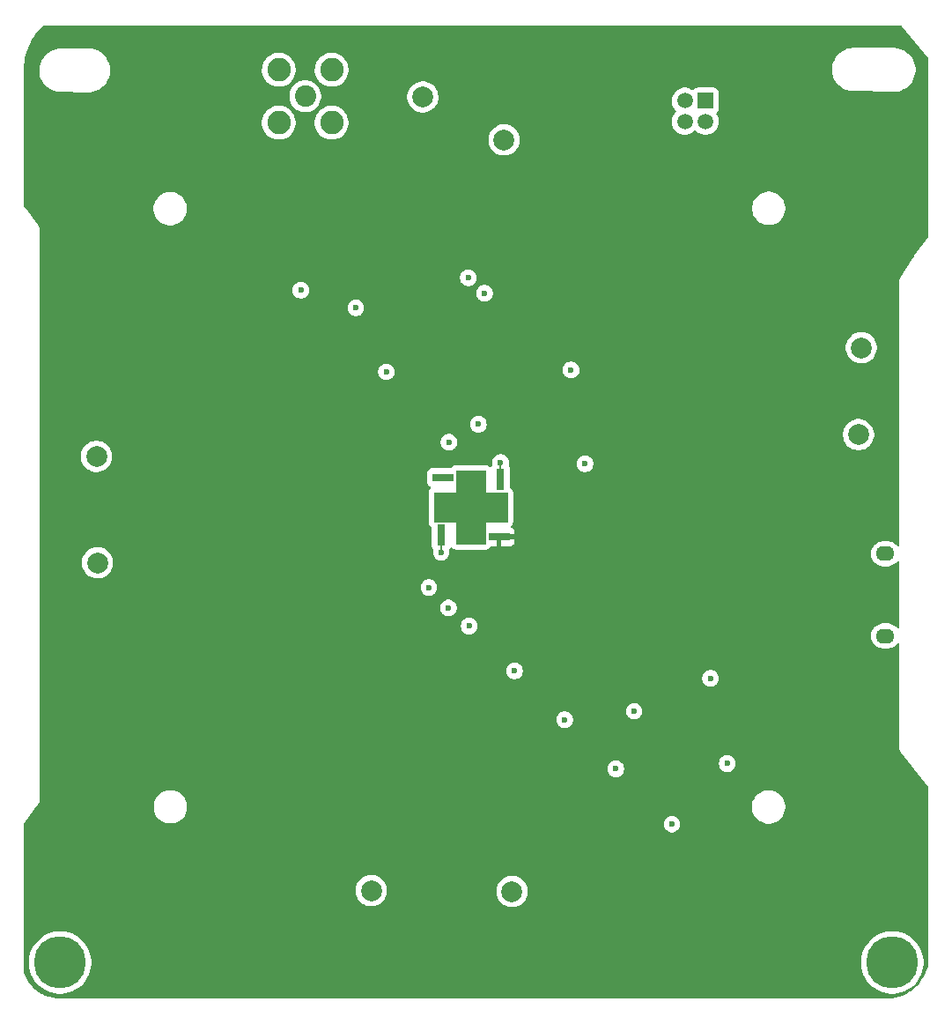
<source format=gbr>
%TF.GenerationSoftware,KiCad,Pcbnew,9.0.0*%
%TF.CreationDate,2025-06-11T14:36:50-07:00*%
%TF.ProjectId,PROVES_Cosmic_Watch,50524f56-4553-45f4-936f-736d69635f57,rev?*%
%TF.SameCoordinates,Original*%
%TF.FileFunction,Copper,L1,Top*%
%TF.FilePolarity,Positive*%
%FSLAX46Y46*%
G04 Gerber Fmt 4.6, Leading zero omitted, Abs format (unit mm)*
G04 Created by KiCad (PCBNEW 9.0.0) date 2025-06-11 14:36:50*
%MOMM*%
%LPD*%
G01*
G04 APERTURE LIST*
G04 Aperture macros list*
%AMFreePoly0*
4,1,29,1.435355,3.535355,1.450000,3.500000,1.450000,1.450000,3.500000,1.450000,3.535355,1.435355,3.550000,1.400000,3.550000,-1.400000,3.535355,-1.435355,3.500000,-1.450000,1.450000,-1.450000,1.450000,-3.500000,1.435355,-3.535355,1.400000,-3.550000,-1.400000,-3.550000,-1.435355,-3.535355,-1.450000,-3.500000,-1.450000,-1.450000,-3.500000,-1.450000,-3.535355,-1.435355,-3.550000,-1.400000,
-3.550000,1.400000,-3.535355,1.435355,-3.500000,1.450000,-1.450000,1.450000,-1.450000,3.500000,-1.435355,3.535355,-1.400000,3.550000,1.400000,3.550000,1.435355,3.535355,1.435355,3.535355,$1*%
G04 Aperture macros list end*
%TA.AperFunction,ComponentPad*%
%ADD10C,2.000000*%
%TD*%
%TA.AperFunction,ComponentPad*%
%ADD11C,5.000000*%
%TD*%
%TA.AperFunction,SMDPad,CuDef*%
%ADD12R,0.800000X2.000000*%
%TD*%
%TA.AperFunction,SMDPad,CuDef*%
%ADD13R,2.000000X0.800000*%
%TD*%
%TA.AperFunction,SMDPad,CuDef*%
%ADD14FreePoly0,180.000000*%
%TD*%
%TA.AperFunction,ComponentPad*%
%ADD15R,1.520000X1.520000*%
%TD*%
%TA.AperFunction,ComponentPad*%
%ADD16C,1.520000*%
%TD*%
%TA.AperFunction,ComponentPad*%
%ADD17O,1.800000X1.400000*%
%TD*%
%TA.AperFunction,ComponentPad*%
%ADD18C,2.050000*%
%TD*%
%TA.AperFunction,ComponentPad*%
%ADD19C,2.250000*%
%TD*%
%TA.AperFunction,ViaPad*%
%ADD20C,0.600000*%
%TD*%
%TA.AperFunction,Conductor*%
%ADD21C,0.200000*%
%TD*%
G04 APERTURE END LIST*
D10*
%TO.P,TP5,1,1*%
%TO.N,Net-(U4-CATHODE)*%
X96925000Y-104375000D03*
%TD*%
D11*
%TO.P,,1*%
%TO.N,Chassis Ground*%
X173330000Y-142780000D03*
%TD*%
%TO.P,,1*%
%TO.N,Chassis Ground*%
X93330000Y-142780000D03*
%TD*%
D10*
%TO.P,TP2,1,1*%
%TO.N,Post Processed Signal*%
X128200000Y-59620000D03*
%TD*%
%TO.P,TP8,1,1*%
%TO.N,V_Out*%
X136775000Y-135950000D03*
%TD*%
D12*
%TO.P,U4,1,ANODE*%
%TO.N,SiPM Signal*%
X135675000Y-96360000D03*
D13*
%TO.P,U4,2,FASTOUT*%
%TO.N,unconnected-(U4-FASTOUT-Pad2)*%
X130135000Y-96200000D03*
D12*
%TO.P,U4,3,CATHODE*%
%TO.N,Net-(U4-CATHODE)*%
X129975000Y-101740000D03*
D13*
%TO.P,U4,4,NC*%
%TO.N,SiPM GND*%
X135515000Y-101900000D03*
D14*
%TO.P,U4,5*%
%TO.N,N/C*%
X132825000Y-99050000D03*
%TD*%
D10*
%TO.P,TP3,1,1*%
%TO.N,GND*%
X170360000Y-83720000D03*
%TD*%
%TO.P,TP7,1,1*%
%TO.N,V_Bias*%
X123250000Y-135875000D03*
%TD*%
%TO.P,TP1,1,1*%
%TO.N,Net-(U3B-+)*%
X136000000Y-63750000D03*
%TD*%
%TO.P,TP6,1,1*%
%TO.N,+5V*%
X170090000Y-92060000D03*
%TD*%
%TO.P,TP4,1,1*%
%TO.N,SiPM Signal*%
X96825000Y-94150000D03*
%TD*%
D15*
%TO.P,J2,1,Pin_1*%
%TO.N,GND*%
X155380000Y-59990000D03*
D16*
%TO.P,J2,2,Pin_2*%
X155380000Y-61990000D03*
%TO.P,J2,3,Pin_3*%
%TO.N,+5V*%
X153380000Y-59990000D03*
%TO.P,J2,4,Pin_4*%
X153380000Y-61990000D03*
%TD*%
D17*
%TO.P,J1,6,Shield*%
%TO.N,GND*%
X172670000Y-111410000D03*
X172670000Y-103510000D03*
%TD*%
D18*
%TO.P,J3,1,In*%
%TO.N,Post Processed Signal*%
X116900000Y-59550000D03*
D19*
%TO.P,J3,2,Ext*%
%TO.N,GND*%
X114360000Y-57010000D03*
X114360000Y-62090000D03*
X119440000Y-57010000D03*
X119440000Y-62090000D03*
%TD*%
D20*
%TO.N,GND*%
X130665000Y-108725000D03*
X121758775Y-79888775D03*
X148512779Y-118636281D03*
X132650000Y-110460000D03*
X143800000Y-94860000D03*
X128780000Y-106760000D03*
X157470000Y-123670000D03*
X142448775Y-85848775D03*
X134130000Y-78490000D03*
X116470000Y-78180000D03*
X141833014Y-119456516D03*
X124688775Y-86038775D03*
X155860000Y-115480000D03*
X152150000Y-129480000D03*
X146759765Y-124179765D03*
X132560000Y-76990000D03*
X130715000Y-92800000D03*
X133540000Y-91075000D03*
X137010000Y-114770000D03*
%TO.N,Net-(U4-CATHODE)*%
X129965000Y-103365000D03*
%TO.N,SiPM Signal*%
X135681658Y-94746658D03*
%TD*%
D21*
%TO.N,Net-(U4-CATHODE)*%
X129965000Y-101750000D02*
X129975000Y-101740000D01*
X129965000Y-103365000D02*
X129965000Y-101750000D01*
%TO.N,SiPM Signal*%
X135681658Y-94746658D02*
X135681658Y-96353342D01*
X135681658Y-96353342D02*
X135675000Y-96360000D01*
%TD*%
%TA.AperFunction,Conductor*%
%TO.N,SiPM GND*%
G36*
X174210713Y-52785030D02*
G01*
X174239083Y-52810142D01*
X176800320Y-55895517D01*
X176800910Y-55896227D01*
X176828584Y-55960383D01*
X176829500Y-55975429D01*
X176829500Y-72990699D01*
X176809815Y-73057738D01*
X176805668Y-73063790D01*
X175464074Y-74902378D01*
X175456448Y-74912827D01*
X175446269Y-74921987D01*
X175417744Y-74965869D01*
X175415765Y-74968582D01*
X175415756Y-74968596D01*
X175386852Y-75008208D01*
X175386847Y-75008218D01*
X175386565Y-75008949D01*
X175374868Y-75031831D01*
X174146057Y-76922311D01*
X174138968Y-76933216D01*
X174129500Y-76942686D01*
X174103158Y-76988309D01*
X174101364Y-76991071D01*
X174074449Y-77032479D01*
X174074328Y-77032852D01*
X174063809Y-77056464D01*
X174063609Y-77056809D01*
X174063606Y-77056816D01*
X174050820Y-77104534D01*
X174048962Y-77110804D01*
X174033673Y-77157794D01*
X174033671Y-77157802D01*
X174033651Y-77158194D01*
X174032965Y-77171174D01*
X174029500Y-77184108D01*
X174029500Y-77236781D01*
X174029327Y-77240057D01*
X174029327Y-77240060D01*
X174026721Y-77289391D01*
X174026721Y-77289398D01*
X174026801Y-77289773D01*
X174029500Y-77315505D01*
X174029500Y-102681870D01*
X174009815Y-102748909D01*
X173957011Y-102794664D01*
X173887853Y-102804608D01*
X173824297Y-102775583D01*
X173805184Y-102754758D01*
X173785690Y-102727927D01*
X173652073Y-102594310D01*
X173499199Y-102483240D01*
X173330836Y-102397454D01*
X173151118Y-102339059D01*
X172964486Y-102309500D01*
X172964481Y-102309500D01*
X172375519Y-102309500D01*
X172375514Y-102309500D01*
X172188881Y-102339059D01*
X172009163Y-102397454D01*
X171840800Y-102483240D01*
X171759807Y-102542086D01*
X171687927Y-102594310D01*
X171687925Y-102594312D01*
X171687924Y-102594312D01*
X171554312Y-102727924D01*
X171554312Y-102727925D01*
X171554310Y-102727927D01*
X171510754Y-102787876D01*
X171443240Y-102880800D01*
X171357454Y-103049163D01*
X171299059Y-103228881D01*
X171269500Y-103415513D01*
X171269500Y-103604486D01*
X171299059Y-103791118D01*
X171357454Y-103970836D01*
X171440967Y-104134738D01*
X171443240Y-104139199D01*
X171554310Y-104292073D01*
X171687927Y-104425690D01*
X171840801Y-104536760D01*
X171920347Y-104577290D01*
X172009163Y-104622545D01*
X172009165Y-104622545D01*
X172009168Y-104622547D01*
X172105497Y-104653846D01*
X172188881Y-104680940D01*
X172375514Y-104710500D01*
X172375519Y-104710500D01*
X172964486Y-104710500D01*
X173151118Y-104680940D01*
X173330832Y-104622547D01*
X173499199Y-104536760D01*
X173652073Y-104425690D01*
X173785690Y-104292073D01*
X173805182Y-104265243D01*
X173860511Y-104222578D01*
X173930124Y-104216599D01*
X173991919Y-104249204D01*
X174026277Y-104310042D01*
X174029500Y-104338129D01*
X174029500Y-110581870D01*
X174009815Y-110648909D01*
X173957011Y-110694664D01*
X173887853Y-110704608D01*
X173824297Y-110675583D01*
X173805184Y-110654758D01*
X173785690Y-110627927D01*
X173652073Y-110494310D01*
X173499199Y-110383240D01*
X173495103Y-110381153D01*
X173330836Y-110297454D01*
X173151118Y-110239059D01*
X172964486Y-110209500D01*
X172964481Y-110209500D01*
X172375519Y-110209500D01*
X172375514Y-110209500D01*
X172188881Y-110239059D01*
X172009163Y-110297454D01*
X171840800Y-110383240D01*
X171753579Y-110446610D01*
X171687927Y-110494310D01*
X171687925Y-110494312D01*
X171687924Y-110494312D01*
X171554312Y-110627924D01*
X171554312Y-110627925D01*
X171554310Y-110627927D01*
X171519686Y-110675583D01*
X171443240Y-110780800D01*
X171357454Y-110949163D01*
X171299059Y-111128881D01*
X171269500Y-111315513D01*
X171269500Y-111504486D01*
X171299059Y-111691118D01*
X171357454Y-111870836D01*
X171443240Y-112039199D01*
X171554310Y-112192073D01*
X171687927Y-112325690D01*
X171840801Y-112436760D01*
X171920347Y-112477290D01*
X172009163Y-112522545D01*
X172009165Y-112522545D01*
X172009168Y-112522547D01*
X172105497Y-112553846D01*
X172188881Y-112580940D01*
X172375514Y-112610500D01*
X172375519Y-112610500D01*
X172964486Y-112610500D01*
X173151118Y-112580940D01*
X173330832Y-112522547D01*
X173499199Y-112436760D01*
X173652073Y-112325690D01*
X173785690Y-112192073D01*
X173805182Y-112165243D01*
X173860511Y-112122578D01*
X173930124Y-112116599D01*
X173991919Y-112149204D01*
X174026277Y-112210042D01*
X174029500Y-112238129D01*
X174029500Y-122222282D01*
X174025285Y-122260218D01*
X174029500Y-122287893D01*
X174029500Y-122315897D01*
X174037601Y-122346128D01*
X174039379Y-122352764D01*
X174045127Y-122390500D01*
X174056359Y-122416138D01*
X174058790Y-122425208D01*
X174063606Y-122443180D01*
X174063608Y-122443186D01*
X174079260Y-122470296D01*
X174085448Y-122482530D01*
X174098013Y-122511208D01*
X174109636Y-122525736D01*
X174115500Y-122533066D01*
X174129500Y-122557314D01*
X174156493Y-122584307D01*
X174160781Y-122589667D01*
X176802328Y-125891600D01*
X176828836Y-125956246D01*
X176829500Y-125969062D01*
X176829500Y-142696757D01*
X176827502Y-142718924D01*
X176765702Y-143059053D01*
X176763111Y-143070309D01*
X176661802Y-143432262D01*
X176658174Y-143443228D01*
X176523630Y-143794172D01*
X176518998Y-143804751D01*
X176352376Y-144141674D01*
X176346779Y-144151778D01*
X176149542Y-144471718D01*
X176143030Y-144481257D01*
X175916872Y-144781469D01*
X175909500Y-144790360D01*
X175656392Y-145068224D01*
X175648224Y-145076392D01*
X175370360Y-145329500D01*
X175361469Y-145336872D01*
X175061257Y-145563030D01*
X175051718Y-145569542D01*
X174731778Y-145766779D01*
X174721674Y-145772376D01*
X174384751Y-145938998D01*
X174374172Y-145943630D01*
X174023228Y-146078174D01*
X174012262Y-146081802D01*
X173650309Y-146183111D01*
X173639053Y-146185702D01*
X173298925Y-146247502D01*
X173276758Y-146249500D01*
X93392120Y-146249500D01*
X93388463Y-146248578D01*
X93326287Y-146249500D01*
X93323250Y-146249500D01*
X93318810Y-146249420D01*
X92966075Y-146236782D01*
X92953569Y-146235699D01*
X92606393Y-146187804D01*
X92594060Y-146185461D01*
X92253516Y-146102711D01*
X92241483Y-146099133D01*
X91911050Y-145982376D01*
X91899441Y-145977600D01*
X91582503Y-145828030D01*
X91571436Y-145822104D01*
X91271257Y-145641262D01*
X91260845Y-145634248D01*
X90980478Y-145423974D01*
X90970830Y-145415944D01*
X90713161Y-145178402D01*
X90704373Y-145169436D01*
X90472043Y-144907059D01*
X90464208Y-144897252D01*
X90387337Y-144790360D01*
X90259593Y-144612726D01*
X90252793Y-144602181D01*
X90180552Y-144476644D01*
X90077999Y-144298430D01*
X90072298Y-144287250D01*
X89929103Y-143967363D01*
X89924567Y-143955674D01*
X89920948Y-143944740D01*
X89836780Y-143690422D01*
X89830500Y-143651462D01*
X89830500Y-142611491D01*
X90329500Y-142611491D01*
X90329500Y-142948508D01*
X90367231Y-143283381D01*
X90367233Y-143283397D01*
X90442223Y-143611953D01*
X90442227Y-143611965D01*
X90553532Y-143930054D01*
X90699752Y-144233683D01*
X90699754Y-144233686D01*
X90879054Y-144519039D01*
X91089175Y-144782523D01*
X91327477Y-145020825D01*
X91590961Y-145230946D01*
X91876314Y-145410246D01*
X92179949Y-145556469D01*
X92402229Y-145634248D01*
X92498034Y-145667772D01*
X92498046Y-145667776D01*
X92826606Y-145742767D01*
X93161492Y-145780499D01*
X93161493Y-145780500D01*
X93161496Y-145780500D01*
X93498507Y-145780500D01*
X93498507Y-145780499D01*
X93833394Y-145742767D01*
X94161954Y-145667776D01*
X94480051Y-145556469D01*
X94783686Y-145410246D01*
X95069039Y-145230946D01*
X95332523Y-145020825D01*
X95570825Y-144782523D01*
X95780946Y-144519039D01*
X95960246Y-144233686D01*
X96106469Y-143930051D01*
X96217776Y-143611954D01*
X96292767Y-143283394D01*
X96330500Y-142948504D01*
X96330500Y-142611496D01*
X96330499Y-142611491D01*
X170329500Y-142611491D01*
X170329500Y-142948508D01*
X170367231Y-143283381D01*
X170367233Y-143283397D01*
X170442223Y-143611953D01*
X170442227Y-143611965D01*
X170553532Y-143930054D01*
X170699752Y-144233683D01*
X170699754Y-144233686D01*
X170879054Y-144519039D01*
X171089175Y-144782523D01*
X171327477Y-145020825D01*
X171590961Y-145230946D01*
X171876314Y-145410246D01*
X172179949Y-145556469D01*
X172402229Y-145634248D01*
X172498034Y-145667772D01*
X172498046Y-145667776D01*
X172826606Y-145742767D01*
X173161492Y-145780499D01*
X173161493Y-145780500D01*
X173161496Y-145780500D01*
X173498507Y-145780500D01*
X173498507Y-145780499D01*
X173833394Y-145742767D01*
X174161954Y-145667776D01*
X174480051Y-145556469D01*
X174783686Y-145410246D01*
X175069039Y-145230946D01*
X175332523Y-145020825D01*
X175570825Y-144782523D01*
X175780946Y-144519039D01*
X175960246Y-144233686D01*
X176106469Y-143930051D01*
X176217776Y-143611954D01*
X176292767Y-143283394D01*
X176330500Y-142948504D01*
X176330500Y-142611496D01*
X176292767Y-142276606D01*
X176217776Y-141948046D01*
X176106469Y-141629949D01*
X175960246Y-141326314D01*
X175780946Y-141040961D01*
X175570825Y-140777477D01*
X175332523Y-140539175D01*
X175069039Y-140329054D01*
X174783686Y-140149754D01*
X174783683Y-140149752D01*
X174480054Y-140003532D01*
X174161965Y-139892227D01*
X174161953Y-139892223D01*
X173833397Y-139817233D01*
X173833381Y-139817231D01*
X173498508Y-139779500D01*
X173498504Y-139779500D01*
X173161496Y-139779500D01*
X173161491Y-139779500D01*
X172826618Y-139817231D01*
X172826602Y-139817233D01*
X172498046Y-139892223D01*
X172498034Y-139892227D01*
X172179945Y-140003532D01*
X171876316Y-140149752D01*
X171590962Y-140329053D01*
X171327477Y-140539174D01*
X171089174Y-140777477D01*
X170879053Y-141040962D01*
X170699752Y-141326316D01*
X170553532Y-141629945D01*
X170442227Y-141948034D01*
X170442223Y-141948046D01*
X170367233Y-142276602D01*
X170367231Y-142276618D01*
X170329500Y-142611491D01*
X96330499Y-142611491D01*
X96292767Y-142276606D01*
X96217776Y-141948046D01*
X96106469Y-141629949D01*
X95960246Y-141326314D01*
X95780946Y-141040961D01*
X95570825Y-140777477D01*
X95332523Y-140539175D01*
X95069039Y-140329054D01*
X94783686Y-140149754D01*
X94783683Y-140149752D01*
X94480054Y-140003532D01*
X94161965Y-139892227D01*
X94161953Y-139892223D01*
X93833397Y-139817233D01*
X93833381Y-139817231D01*
X93498508Y-139779500D01*
X93498504Y-139779500D01*
X93161496Y-139779500D01*
X93161491Y-139779500D01*
X92826618Y-139817231D01*
X92826602Y-139817233D01*
X92498046Y-139892223D01*
X92498034Y-139892227D01*
X92179945Y-140003532D01*
X91876316Y-140149752D01*
X91590962Y-140329053D01*
X91327477Y-140539174D01*
X91089174Y-140777477D01*
X90879053Y-141040962D01*
X90699752Y-141326316D01*
X90553532Y-141629945D01*
X90442227Y-141948034D01*
X90442223Y-141948046D01*
X90367233Y-142276602D01*
X90367231Y-142276618D01*
X90329500Y-142611491D01*
X89830500Y-142611491D01*
X89830500Y-135756902D01*
X121749500Y-135756902D01*
X121749500Y-135993097D01*
X121786446Y-136226368D01*
X121859433Y-136450996D01*
X121897646Y-136525992D01*
X121966657Y-136661433D01*
X122105483Y-136852510D01*
X122272490Y-137019517D01*
X122463567Y-137158343D01*
X122562991Y-137209002D01*
X122674003Y-137265566D01*
X122674005Y-137265566D01*
X122674008Y-137265568D01*
X122794412Y-137304689D01*
X122898631Y-137338553D01*
X123131903Y-137375500D01*
X123131908Y-137375500D01*
X123368097Y-137375500D01*
X123601368Y-137338553D01*
X123825992Y-137265568D01*
X124036433Y-137158343D01*
X124227510Y-137019517D01*
X124394517Y-136852510D01*
X124533343Y-136661433D01*
X124640568Y-136450992D01*
X124713553Y-136226368D01*
X124750500Y-135993097D01*
X124750500Y-135831902D01*
X135274500Y-135831902D01*
X135274500Y-136068097D01*
X135311446Y-136301368D01*
X135384433Y-136525996D01*
X135491657Y-136736433D01*
X135630483Y-136927510D01*
X135797490Y-137094517D01*
X135988567Y-137233343D01*
X136087991Y-137284002D01*
X136199003Y-137340566D01*
X136199005Y-137340566D01*
X136199008Y-137340568D01*
X136306517Y-137375500D01*
X136423631Y-137413553D01*
X136656903Y-137450500D01*
X136656908Y-137450500D01*
X136893097Y-137450500D01*
X137126368Y-137413553D01*
X137350992Y-137340568D01*
X137561433Y-137233343D01*
X137752510Y-137094517D01*
X137919517Y-136927510D01*
X138058343Y-136736433D01*
X138165568Y-136525992D01*
X138238553Y-136301368D01*
X138250432Y-136226368D01*
X138275500Y-136068097D01*
X138275500Y-135831902D01*
X138238553Y-135598631D01*
X138165566Y-135374003D01*
X138058342Y-135163566D01*
X137919517Y-134972490D01*
X137752510Y-134805483D01*
X137561433Y-134666657D01*
X137350996Y-134559433D01*
X137126368Y-134486446D01*
X136893097Y-134449500D01*
X136893092Y-134449500D01*
X136656908Y-134449500D01*
X136656903Y-134449500D01*
X136423631Y-134486446D01*
X136199003Y-134559433D01*
X135988566Y-134666657D01*
X135879550Y-134745862D01*
X135797490Y-134805483D01*
X135797488Y-134805485D01*
X135797487Y-134805485D01*
X135630485Y-134972487D01*
X135630485Y-134972488D01*
X135630483Y-134972490D01*
X135570862Y-135054550D01*
X135491657Y-135163566D01*
X135384433Y-135374003D01*
X135311446Y-135598631D01*
X135274500Y-135831902D01*
X124750500Y-135831902D01*
X124750500Y-135756902D01*
X124713553Y-135523631D01*
X124640566Y-135299003D01*
X124533342Y-135088566D01*
X124394517Y-134897490D01*
X124227510Y-134730483D01*
X124036433Y-134591657D01*
X123973188Y-134559432D01*
X123825996Y-134484433D01*
X123601368Y-134411446D01*
X123368097Y-134374500D01*
X123368092Y-134374500D01*
X123131908Y-134374500D01*
X123131903Y-134374500D01*
X122898631Y-134411446D01*
X122674003Y-134484433D01*
X122463566Y-134591657D01*
X122360339Y-134666657D01*
X122272490Y-134730483D01*
X122272488Y-134730485D01*
X122272487Y-134730485D01*
X122105485Y-134897487D01*
X122105485Y-134897488D01*
X122105483Y-134897490D01*
X122050994Y-134972487D01*
X121966657Y-135088566D01*
X121859433Y-135299003D01*
X121786446Y-135523631D01*
X121749500Y-135756902D01*
X89830500Y-135756902D01*
X89830500Y-129458166D01*
X89850185Y-129391127D01*
X89855300Y-129383766D01*
X89993974Y-129198867D01*
X91115095Y-127704038D01*
X102329500Y-127704038D01*
X102329500Y-127955961D01*
X102368910Y-128204785D01*
X102446760Y-128444383D01*
X102561132Y-128668848D01*
X102709201Y-128872649D01*
X102709205Y-128872654D01*
X102887345Y-129050794D01*
X102887350Y-129050798D01*
X103030522Y-129154818D01*
X103091155Y-129198870D01*
X103202398Y-129255551D01*
X103315616Y-129313239D01*
X103315618Y-129313239D01*
X103315621Y-129313241D01*
X103555215Y-129391090D01*
X103804038Y-129430500D01*
X103804039Y-129430500D01*
X104055961Y-129430500D01*
X104055962Y-129430500D01*
X104241250Y-129401153D01*
X151349500Y-129401153D01*
X151349500Y-129558846D01*
X151380261Y-129713489D01*
X151380264Y-129713501D01*
X151440602Y-129859172D01*
X151440609Y-129859185D01*
X151528210Y-129990288D01*
X151528213Y-129990292D01*
X151639707Y-130101786D01*
X151639711Y-130101789D01*
X151770814Y-130189390D01*
X151770827Y-130189397D01*
X151916498Y-130249735D01*
X151916503Y-130249737D01*
X152071153Y-130280499D01*
X152071156Y-130280500D01*
X152071158Y-130280500D01*
X152228844Y-130280500D01*
X152228845Y-130280499D01*
X152383497Y-130249737D01*
X152529179Y-130189394D01*
X152660289Y-130101789D01*
X152771789Y-129990289D01*
X152859394Y-129859179D01*
X152919737Y-129713497D01*
X152950500Y-129558842D01*
X152950500Y-129401158D01*
X152950500Y-129401155D01*
X152950499Y-129401153D01*
X152933012Y-129313241D01*
X152919737Y-129246503D01*
X152900006Y-129198867D01*
X152859397Y-129100827D01*
X152859390Y-129100814D01*
X152771789Y-128969711D01*
X152771786Y-128969707D01*
X152660292Y-128858213D01*
X152660288Y-128858210D01*
X152529185Y-128770609D01*
X152529172Y-128770602D01*
X152383501Y-128710264D01*
X152383489Y-128710261D01*
X152228845Y-128679500D01*
X152228842Y-128679500D01*
X152071158Y-128679500D01*
X152071155Y-128679500D01*
X151916510Y-128710261D01*
X151916498Y-128710264D01*
X151770827Y-128770602D01*
X151770814Y-128770609D01*
X151639711Y-128858210D01*
X151639707Y-128858213D01*
X151528213Y-128969707D01*
X151528210Y-128969711D01*
X151440609Y-129100814D01*
X151440602Y-129100827D01*
X151380264Y-129246498D01*
X151380261Y-129246510D01*
X151349500Y-129401153D01*
X104241250Y-129401153D01*
X104304785Y-129391090D01*
X104544379Y-129313241D01*
X104588586Y-129290716D01*
X104600628Y-129284581D01*
X104657602Y-129255551D01*
X104768845Y-129198870D01*
X104972656Y-129050793D01*
X105150793Y-128872656D01*
X105298870Y-128668845D01*
X105413241Y-128444379D01*
X105491090Y-128204785D01*
X105530500Y-127955962D01*
X105530500Y-127714038D01*
X159849500Y-127714038D01*
X159849500Y-127965961D01*
X159888910Y-128214785D01*
X159966760Y-128454383D01*
X160045413Y-128608747D01*
X160076036Y-128668848D01*
X160081132Y-128678848D01*
X160229201Y-128882649D01*
X160229205Y-128882654D01*
X160407345Y-129060794D01*
X160407350Y-129060798D01*
X160577073Y-129184108D01*
X160611155Y-129208870D01*
X160702772Y-129255551D01*
X160835616Y-129323239D01*
X160835618Y-129323239D01*
X160835621Y-129323241D01*
X161075215Y-129401090D01*
X161324038Y-129440500D01*
X161324039Y-129440500D01*
X161575961Y-129440500D01*
X161575962Y-129440500D01*
X161824785Y-129401090D01*
X162064379Y-129323241D01*
X162288845Y-129208870D01*
X162492656Y-129060793D01*
X162670793Y-128882656D01*
X162818870Y-128678845D01*
X162933241Y-128454379D01*
X163011090Y-128214785D01*
X163050500Y-127965962D01*
X163050500Y-127714038D01*
X163011090Y-127465215D01*
X162933241Y-127225621D01*
X162933239Y-127225618D01*
X162933239Y-127225616D01*
X162891747Y-127144184D01*
X162818870Y-127001155D01*
X162799952Y-126975117D01*
X162670798Y-126797350D01*
X162670794Y-126797345D01*
X162492654Y-126619205D01*
X162492649Y-126619201D01*
X162288848Y-126471132D01*
X162288847Y-126471131D01*
X162288845Y-126471130D01*
X162218747Y-126435413D01*
X162064383Y-126356760D01*
X161824785Y-126278910D01*
X161761648Y-126268910D01*
X161575962Y-126239500D01*
X161324038Y-126239500D01*
X161199626Y-126259205D01*
X161075214Y-126278910D01*
X160835616Y-126356760D01*
X160611151Y-126471132D01*
X160407350Y-126619201D01*
X160407345Y-126619205D01*
X160229205Y-126797345D01*
X160229201Y-126797350D01*
X160081132Y-127001151D01*
X159966760Y-127225616D01*
X159888910Y-127465214D01*
X159849500Y-127714038D01*
X105530500Y-127714038D01*
X105530500Y-127704038D01*
X105491090Y-127455215D01*
X105413241Y-127215621D01*
X105413239Y-127215618D01*
X105413239Y-127215616D01*
X105345752Y-127083166D01*
X105298870Y-126991155D01*
X105158063Y-126797350D01*
X105150798Y-126787350D01*
X105150794Y-126787345D01*
X104972654Y-126609205D01*
X104972649Y-126609201D01*
X104768848Y-126461132D01*
X104768847Y-126461131D01*
X104768845Y-126461130D01*
X104698747Y-126425413D01*
X104544383Y-126346760D01*
X104304785Y-126268910D01*
X104055962Y-126229500D01*
X103804038Y-126229500D01*
X103740901Y-126239500D01*
X103555214Y-126268910D01*
X103315616Y-126346760D01*
X103091151Y-126461132D01*
X102887350Y-126609201D01*
X102887345Y-126609205D01*
X102709205Y-126787345D01*
X102709201Y-126787350D01*
X102561132Y-126991151D01*
X102446760Y-127215616D01*
X102368910Y-127455214D01*
X102329500Y-127704038D01*
X91115095Y-127704038D01*
X91203777Y-127585795D01*
X91215278Y-127572535D01*
X91230500Y-127557314D01*
X91248427Y-127526262D01*
X91269935Y-127497586D01*
X91281228Y-127469449D01*
X91296392Y-127443186D01*
X91305671Y-127408554D01*
X91319025Y-127375286D01*
X91322651Y-127345181D01*
X91330500Y-127315892D01*
X91330500Y-127280040D01*
X91334788Y-127244449D01*
X91330500Y-127214432D01*
X91330500Y-124100918D01*
X145959265Y-124100918D01*
X145959265Y-124258611D01*
X145990026Y-124413254D01*
X145990029Y-124413266D01*
X146050367Y-124558937D01*
X146050374Y-124558950D01*
X146137975Y-124690053D01*
X146137978Y-124690057D01*
X146249472Y-124801551D01*
X146249476Y-124801554D01*
X146380579Y-124889155D01*
X146380592Y-124889162D01*
X146526263Y-124949500D01*
X146526268Y-124949502D01*
X146680918Y-124980264D01*
X146680921Y-124980265D01*
X146680923Y-124980265D01*
X146838609Y-124980265D01*
X146838610Y-124980264D01*
X146993262Y-124949502D01*
X147138944Y-124889159D01*
X147270054Y-124801554D01*
X147381554Y-124690054D01*
X147469159Y-124558944D01*
X147529502Y-124413262D01*
X147560265Y-124258607D01*
X147560265Y-124100923D01*
X147560265Y-124100920D01*
X147560264Y-124100918D01*
X147529502Y-123946268D01*
X147529500Y-123946263D01*
X147469162Y-123800592D01*
X147469155Y-123800579D01*
X147381554Y-123669476D01*
X147381551Y-123669472D01*
X147303232Y-123591153D01*
X156669500Y-123591153D01*
X156669500Y-123748846D01*
X156700261Y-123903489D01*
X156700264Y-123903501D01*
X156760602Y-124049172D01*
X156760609Y-124049185D01*
X156848210Y-124180288D01*
X156848213Y-124180292D01*
X156959707Y-124291786D01*
X156959711Y-124291789D01*
X157090814Y-124379390D01*
X157090827Y-124379397D01*
X157236498Y-124439735D01*
X157236503Y-124439737D01*
X157391153Y-124470499D01*
X157391156Y-124470500D01*
X157391158Y-124470500D01*
X157548844Y-124470500D01*
X157548845Y-124470499D01*
X157703497Y-124439737D01*
X157849179Y-124379394D01*
X157980289Y-124291789D01*
X158091789Y-124180289D01*
X158179394Y-124049179D01*
X158239737Y-123903497D01*
X158270500Y-123748842D01*
X158270500Y-123591158D01*
X158270500Y-123591155D01*
X158270499Y-123591153D01*
X158239738Y-123436510D01*
X158239737Y-123436503D01*
X158228770Y-123410026D01*
X158179397Y-123290827D01*
X158179390Y-123290814D01*
X158091789Y-123159711D01*
X158091786Y-123159707D01*
X157980292Y-123048213D01*
X157980288Y-123048210D01*
X157849185Y-122960609D01*
X157849172Y-122960602D01*
X157703501Y-122900264D01*
X157703489Y-122900261D01*
X157548845Y-122869500D01*
X157548842Y-122869500D01*
X157391158Y-122869500D01*
X157391155Y-122869500D01*
X157236510Y-122900261D01*
X157236498Y-122900264D01*
X157090827Y-122960602D01*
X157090814Y-122960609D01*
X156959711Y-123048210D01*
X156959707Y-123048213D01*
X156848213Y-123159707D01*
X156848210Y-123159711D01*
X156760609Y-123290814D01*
X156760602Y-123290827D01*
X156700264Y-123436498D01*
X156700261Y-123436510D01*
X156669500Y-123591153D01*
X147303232Y-123591153D01*
X147270057Y-123557978D01*
X147270053Y-123557975D01*
X147138950Y-123470374D01*
X147138937Y-123470367D01*
X146993266Y-123410029D01*
X146993254Y-123410026D01*
X146838610Y-123379265D01*
X146838607Y-123379265D01*
X146680923Y-123379265D01*
X146680920Y-123379265D01*
X146526275Y-123410026D01*
X146526263Y-123410029D01*
X146380592Y-123470367D01*
X146380579Y-123470374D01*
X146249476Y-123557975D01*
X146249472Y-123557978D01*
X146137978Y-123669472D01*
X146137975Y-123669476D01*
X146050374Y-123800579D01*
X146050367Y-123800592D01*
X145990029Y-123946263D01*
X145990026Y-123946275D01*
X145959265Y-124100918D01*
X91330500Y-124100918D01*
X91330500Y-119377669D01*
X141032514Y-119377669D01*
X141032514Y-119535362D01*
X141063275Y-119690005D01*
X141063278Y-119690017D01*
X141123616Y-119835688D01*
X141123623Y-119835701D01*
X141211224Y-119966804D01*
X141211227Y-119966808D01*
X141322721Y-120078302D01*
X141322725Y-120078305D01*
X141453828Y-120165906D01*
X141453841Y-120165913D01*
X141599512Y-120226251D01*
X141599517Y-120226253D01*
X141754167Y-120257015D01*
X141754170Y-120257016D01*
X141754172Y-120257016D01*
X141911858Y-120257016D01*
X141911859Y-120257015D01*
X142066511Y-120226253D01*
X142212193Y-120165910D01*
X142343303Y-120078305D01*
X142454803Y-119966805D01*
X142542408Y-119835695D01*
X142602751Y-119690013D01*
X142633514Y-119535358D01*
X142633514Y-119377674D01*
X142633514Y-119377671D01*
X142633513Y-119377669D01*
X142602751Y-119223019D01*
X142602749Y-119223014D01*
X142542411Y-119077343D01*
X142542404Y-119077330D01*
X142454803Y-118946227D01*
X142454800Y-118946223D01*
X142343306Y-118834729D01*
X142343302Y-118834726D01*
X142212199Y-118747125D01*
X142212186Y-118747118D01*
X142066515Y-118686780D01*
X142066505Y-118686777D01*
X141997061Y-118672964D01*
X141997060Y-118672963D01*
X141911859Y-118656016D01*
X141911856Y-118656016D01*
X141754172Y-118656016D01*
X141754169Y-118656016D01*
X141599524Y-118686777D01*
X141599512Y-118686780D01*
X141453841Y-118747118D01*
X141453828Y-118747125D01*
X141322725Y-118834726D01*
X141322721Y-118834729D01*
X141211227Y-118946223D01*
X141211224Y-118946227D01*
X141123623Y-119077330D01*
X141123616Y-119077343D01*
X141063278Y-119223014D01*
X141063275Y-119223026D01*
X141032514Y-119377669D01*
X91330500Y-119377669D01*
X91330500Y-118557434D01*
X147712279Y-118557434D01*
X147712279Y-118715127D01*
X147743040Y-118869770D01*
X147743043Y-118869782D01*
X147803381Y-119015453D01*
X147803388Y-119015466D01*
X147890989Y-119146569D01*
X147890992Y-119146573D01*
X148002486Y-119258067D01*
X148002490Y-119258070D01*
X148133593Y-119345671D01*
X148133606Y-119345678D01*
X148279277Y-119406016D01*
X148279282Y-119406018D01*
X148433932Y-119436780D01*
X148433935Y-119436781D01*
X148433937Y-119436781D01*
X148591623Y-119436781D01*
X148591624Y-119436780D01*
X148746276Y-119406018D01*
X148891958Y-119345675D01*
X149023068Y-119258070D01*
X149134568Y-119146570D01*
X149222173Y-119015460D01*
X149282516Y-118869778D01*
X149313279Y-118715123D01*
X149313279Y-118557439D01*
X149313279Y-118557436D01*
X149313278Y-118557434D01*
X149282517Y-118402791D01*
X149282516Y-118402784D01*
X149282514Y-118402779D01*
X149222176Y-118257108D01*
X149222169Y-118257095D01*
X149134568Y-118125992D01*
X149134565Y-118125988D01*
X149023071Y-118014494D01*
X149023067Y-118014491D01*
X148891964Y-117926890D01*
X148891951Y-117926883D01*
X148746280Y-117866545D01*
X148746268Y-117866542D01*
X148591624Y-117835781D01*
X148591621Y-117835781D01*
X148433937Y-117835781D01*
X148433934Y-117835781D01*
X148279289Y-117866542D01*
X148279277Y-117866545D01*
X148133606Y-117926883D01*
X148133593Y-117926890D01*
X148002490Y-118014491D01*
X148002486Y-118014494D01*
X147890992Y-118125988D01*
X147890989Y-118125992D01*
X147803388Y-118257095D01*
X147803381Y-118257108D01*
X147743043Y-118402779D01*
X147743040Y-118402791D01*
X147712279Y-118557434D01*
X91330500Y-118557434D01*
X91330500Y-114691153D01*
X136209500Y-114691153D01*
X136209500Y-114848846D01*
X136240261Y-115003489D01*
X136240264Y-115003501D01*
X136300602Y-115149172D01*
X136300609Y-115149185D01*
X136388210Y-115280288D01*
X136388213Y-115280292D01*
X136499707Y-115391786D01*
X136499711Y-115391789D01*
X136630814Y-115479390D01*
X136630827Y-115479397D01*
X136776498Y-115539735D01*
X136776503Y-115539737D01*
X136931153Y-115570499D01*
X136931156Y-115570500D01*
X136931158Y-115570500D01*
X137088844Y-115570500D01*
X137088845Y-115570499D01*
X137243497Y-115539737D01*
X137389179Y-115479394D01*
X137506275Y-115401153D01*
X155059500Y-115401153D01*
X155059500Y-115558846D01*
X155090261Y-115713489D01*
X155090264Y-115713501D01*
X155150602Y-115859172D01*
X155150609Y-115859185D01*
X155238210Y-115990288D01*
X155238213Y-115990292D01*
X155349707Y-116101786D01*
X155349711Y-116101789D01*
X155480814Y-116189390D01*
X155480827Y-116189397D01*
X155626498Y-116249735D01*
X155626503Y-116249737D01*
X155781153Y-116280499D01*
X155781156Y-116280500D01*
X155781158Y-116280500D01*
X155938844Y-116280500D01*
X155938845Y-116280499D01*
X156093497Y-116249737D01*
X156239179Y-116189394D01*
X156370289Y-116101789D01*
X156481789Y-115990289D01*
X156569394Y-115859179D01*
X156629737Y-115713497D01*
X156660500Y-115558842D01*
X156660500Y-115401158D01*
X156660500Y-115401155D01*
X156660499Y-115401153D01*
X156629738Y-115246510D01*
X156629737Y-115246503D01*
X156589427Y-115149185D01*
X156569397Y-115100827D01*
X156569390Y-115100814D01*
X156481789Y-114969711D01*
X156481786Y-114969707D01*
X156370292Y-114858213D01*
X156370288Y-114858210D01*
X156239185Y-114770609D01*
X156239172Y-114770602D01*
X156093501Y-114710264D01*
X156093489Y-114710261D01*
X155938845Y-114679500D01*
X155938842Y-114679500D01*
X155781158Y-114679500D01*
X155781155Y-114679500D01*
X155626510Y-114710261D01*
X155626498Y-114710264D01*
X155480827Y-114770602D01*
X155480814Y-114770609D01*
X155349711Y-114858210D01*
X155349707Y-114858213D01*
X155238213Y-114969707D01*
X155238210Y-114969711D01*
X155150609Y-115100814D01*
X155150602Y-115100827D01*
X155090264Y-115246498D01*
X155090261Y-115246510D01*
X155059500Y-115401153D01*
X137506275Y-115401153D01*
X137520289Y-115391789D01*
X137520292Y-115391786D01*
X137604694Y-115307385D01*
X137631786Y-115280292D01*
X137631789Y-115280289D01*
X137719394Y-115149179D01*
X137779737Y-115003497D01*
X137810500Y-114848842D01*
X137810500Y-114691158D01*
X137810500Y-114691155D01*
X137810499Y-114691153D01*
X137779738Y-114536510D01*
X137779737Y-114536503D01*
X137779735Y-114536498D01*
X137719397Y-114390827D01*
X137719390Y-114390814D01*
X137631789Y-114259711D01*
X137631786Y-114259707D01*
X137520292Y-114148213D01*
X137520288Y-114148210D01*
X137389185Y-114060609D01*
X137389172Y-114060602D01*
X137243501Y-114000264D01*
X137243489Y-114000261D01*
X137088845Y-113969500D01*
X137088842Y-113969500D01*
X136931158Y-113969500D01*
X136931155Y-113969500D01*
X136776510Y-114000261D01*
X136776498Y-114000264D01*
X136630827Y-114060602D01*
X136630814Y-114060609D01*
X136499711Y-114148210D01*
X136499707Y-114148213D01*
X136388213Y-114259707D01*
X136388210Y-114259711D01*
X136300609Y-114390814D01*
X136300602Y-114390827D01*
X136240264Y-114536498D01*
X136240261Y-114536510D01*
X136209500Y-114691153D01*
X91330500Y-114691153D01*
X91330500Y-110381153D01*
X131849500Y-110381153D01*
X131849500Y-110538846D01*
X131880261Y-110693489D01*
X131880264Y-110693501D01*
X131940602Y-110839172D01*
X131940609Y-110839185D01*
X132028210Y-110970288D01*
X132028213Y-110970292D01*
X132139707Y-111081786D01*
X132139711Y-111081789D01*
X132270814Y-111169390D01*
X132270827Y-111169397D01*
X132416498Y-111229735D01*
X132416503Y-111229737D01*
X132571153Y-111260499D01*
X132571156Y-111260500D01*
X132571158Y-111260500D01*
X132728844Y-111260500D01*
X132728845Y-111260499D01*
X132883497Y-111229737D01*
X133029179Y-111169394D01*
X133160289Y-111081789D01*
X133271789Y-110970289D01*
X133359394Y-110839179D01*
X133419737Y-110693497D01*
X133450500Y-110538842D01*
X133450500Y-110381158D01*
X133450500Y-110381155D01*
X133450499Y-110381153D01*
X133433850Y-110297453D01*
X133419737Y-110226503D01*
X133412694Y-110209500D01*
X133359397Y-110080827D01*
X133359390Y-110080814D01*
X133271789Y-109949711D01*
X133271786Y-109949707D01*
X133160292Y-109838213D01*
X133160288Y-109838210D01*
X133029185Y-109750609D01*
X133029172Y-109750602D01*
X132883501Y-109690264D01*
X132883489Y-109690261D01*
X132728845Y-109659500D01*
X132728842Y-109659500D01*
X132571158Y-109659500D01*
X132571155Y-109659500D01*
X132416510Y-109690261D01*
X132416498Y-109690264D01*
X132270827Y-109750602D01*
X132270814Y-109750609D01*
X132139711Y-109838210D01*
X132139707Y-109838213D01*
X132028213Y-109949707D01*
X132028210Y-109949711D01*
X131940609Y-110080814D01*
X131940602Y-110080827D01*
X131880264Y-110226498D01*
X131880261Y-110226510D01*
X131849500Y-110381153D01*
X91330500Y-110381153D01*
X91330500Y-108646153D01*
X129864500Y-108646153D01*
X129864500Y-108803846D01*
X129895261Y-108958489D01*
X129895264Y-108958501D01*
X129955602Y-109104172D01*
X129955609Y-109104185D01*
X130043210Y-109235288D01*
X130043213Y-109235292D01*
X130154707Y-109346786D01*
X130154711Y-109346789D01*
X130285814Y-109434390D01*
X130285827Y-109434397D01*
X130431498Y-109494735D01*
X130431503Y-109494737D01*
X130586153Y-109525499D01*
X130586156Y-109525500D01*
X130586158Y-109525500D01*
X130743844Y-109525500D01*
X130743845Y-109525499D01*
X130898497Y-109494737D01*
X131044179Y-109434394D01*
X131175289Y-109346789D01*
X131286789Y-109235289D01*
X131374394Y-109104179D01*
X131434737Y-108958497D01*
X131465500Y-108803842D01*
X131465500Y-108646158D01*
X131465500Y-108646155D01*
X131465499Y-108646153D01*
X131434738Y-108491510D01*
X131434737Y-108491503D01*
X131434735Y-108491498D01*
X131374397Y-108345827D01*
X131374390Y-108345814D01*
X131286789Y-108214711D01*
X131286786Y-108214707D01*
X131175292Y-108103213D01*
X131175288Y-108103210D01*
X131044185Y-108015609D01*
X131044172Y-108015602D01*
X130898501Y-107955264D01*
X130898489Y-107955261D01*
X130743845Y-107924500D01*
X130743842Y-107924500D01*
X130586158Y-107924500D01*
X130586155Y-107924500D01*
X130431510Y-107955261D01*
X130431498Y-107955264D01*
X130285827Y-108015602D01*
X130285814Y-108015609D01*
X130154711Y-108103210D01*
X130154707Y-108103213D01*
X130043213Y-108214707D01*
X130043210Y-108214711D01*
X129955609Y-108345814D01*
X129955602Y-108345827D01*
X129895264Y-108491498D01*
X129895261Y-108491510D01*
X129864500Y-108646153D01*
X91330500Y-108646153D01*
X91330500Y-106681153D01*
X127979500Y-106681153D01*
X127979500Y-106838846D01*
X128010261Y-106993489D01*
X128010264Y-106993501D01*
X128070602Y-107139172D01*
X128070609Y-107139185D01*
X128158210Y-107270288D01*
X128158213Y-107270292D01*
X128269707Y-107381786D01*
X128269711Y-107381789D01*
X128400814Y-107469390D01*
X128400827Y-107469397D01*
X128546498Y-107529735D01*
X128546503Y-107529737D01*
X128701153Y-107560499D01*
X128701156Y-107560500D01*
X128701158Y-107560500D01*
X128858844Y-107560500D01*
X128858845Y-107560499D01*
X129013497Y-107529737D01*
X129159179Y-107469394D01*
X129290289Y-107381789D01*
X129401789Y-107270289D01*
X129489394Y-107139179D01*
X129549737Y-106993497D01*
X129580500Y-106838842D01*
X129580500Y-106681158D01*
X129580500Y-106681155D01*
X129580499Y-106681153D01*
X129549738Y-106526510D01*
X129549737Y-106526503D01*
X129549735Y-106526498D01*
X129489397Y-106380827D01*
X129489390Y-106380814D01*
X129401789Y-106249711D01*
X129401786Y-106249707D01*
X129290292Y-106138213D01*
X129290288Y-106138210D01*
X129159185Y-106050609D01*
X129159172Y-106050602D01*
X129013501Y-105990264D01*
X129013489Y-105990261D01*
X128858845Y-105959500D01*
X128858842Y-105959500D01*
X128701158Y-105959500D01*
X128701155Y-105959500D01*
X128546510Y-105990261D01*
X128546498Y-105990264D01*
X128400827Y-106050602D01*
X128400814Y-106050609D01*
X128269711Y-106138210D01*
X128269707Y-106138213D01*
X128158213Y-106249707D01*
X128158210Y-106249711D01*
X128070609Y-106380814D01*
X128070602Y-106380827D01*
X128010264Y-106526498D01*
X128010261Y-106526510D01*
X127979500Y-106681153D01*
X91330500Y-106681153D01*
X91330500Y-104256902D01*
X95424500Y-104256902D01*
X95424500Y-104493097D01*
X95461446Y-104726368D01*
X95534433Y-104950996D01*
X95641657Y-105161433D01*
X95780483Y-105352510D01*
X95947490Y-105519517D01*
X96138567Y-105658343D01*
X96237991Y-105709002D01*
X96349003Y-105765566D01*
X96349005Y-105765566D01*
X96349008Y-105765568D01*
X96469412Y-105804689D01*
X96573631Y-105838553D01*
X96806903Y-105875500D01*
X96806908Y-105875500D01*
X97043097Y-105875500D01*
X97276368Y-105838553D01*
X97500992Y-105765568D01*
X97711433Y-105658343D01*
X97902510Y-105519517D01*
X98069517Y-105352510D01*
X98208343Y-105161433D01*
X98315568Y-104950992D01*
X98388553Y-104726368D01*
X98418584Y-104536760D01*
X98425500Y-104493097D01*
X98425500Y-104256902D01*
X98388553Y-104023631D01*
X98315566Y-103799003D01*
X98216454Y-103604486D01*
X98208343Y-103588567D01*
X98069517Y-103397490D01*
X97902510Y-103230483D01*
X97711433Y-103091657D01*
X97672897Y-103072022D01*
X97500996Y-102984433D01*
X97276368Y-102911446D01*
X97043097Y-102874500D01*
X97043092Y-102874500D01*
X96806908Y-102874500D01*
X96806903Y-102874500D01*
X96573631Y-102911446D01*
X96349003Y-102984433D01*
X96138566Y-103091657D01*
X96049186Y-103156596D01*
X95947490Y-103230483D01*
X95947488Y-103230485D01*
X95947487Y-103230485D01*
X95780485Y-103397487D01*
X95780485Y-103397488D01*
X95780483Y-103397490D01*
X95720862Y-103479550D01*
X95641657Y-103588566D01*
X95534433Y-103799003D01*
X95461446Y-104023631D01*
X95424500Y-104256902D01*
X91330500Y-104256902D01*
X91330500Y-95752135D01*
X128634500Y-95752135D01*
X128634500Y-96647870D01*
X128634501Y-96647876D01*
X128640908Y-96707483D01*
X128691202Y-96842328D01*
X128691206Y-96842335D01*
X128777452Y-96957544D01*
X128777455Y-96957547D01*
X128892664Y-97043793D01*
X128892666Y-97043794D01*
X128892669Y-97043796D01*
X128896278Y-97045142D01*
X128899363Y-97047451D01*
X128900454Y-97048047D01*
X128900368Y-97048203D01*
X128952214Y-97087010D01*
X128976635Y-97152473D01*
X128961787Y-97220747D01*
X128937448Y-97252080D01*
X128892502Y-97293926D01*
X128819090Y-97417658D01*
X128819085Y-97417667D01*
X128802988Y-97456528D01*
X128802981Y-97456547D01*
X128802980Y-97456552D01*
X128784975Y-97507587D01*
X128772269Y-97595963D01*
X128764501Y-97649997D01*
X128764500Y-97650001D01*
X128764500Y-100450002D01*
X128767396Y-100504035D01*
X128767396Y-100504036D01*
X128802976Y-100643440D01*
X128802978Y-100643447D01*
X128819088Y-100682339D01*
X128870880Y-100777188D01*
X128870882Y-100777191D01*
X128966249Y-100879622D01*
X128968926Y-100882497D01*
X128985312Y-100892218D01*
X129013772Y-100909104D01*
X129061382Y-100960239D01*
X129074500Y-101015746D01*
X129074500Y-102787870D01*
X129074501Y-102787876D01*
X129080908Y-102847483D01*
X129131202Y-102982328D01*
X129131206Y-102982334D01*
X129172119Y-103036988D01*
X129196536Y-103102452D01*
X129194469Y-103135489D01*
X129164500Y-103286153D01*
X129164500Y-103443846D01*
X129195261Y-103598489D01*
X129195264Y-103598501D01*
X129255602Y-103744172D01*
X129255609Y-103744185D01*
X129343210Y-103875288D01*
X129343213Y-103875292D01*
X129454707Y-103986786D01*
X129454711Y-103986789D01*
X129585814Y-104074390D01*
X129585827Y-104074397D01*
X129731498Y-104134735D01*
X129731503Y-104134737D01*
X129886153Y-104165499D01*
X129886156Y-104165500D01*
X129886158Y-104165500D01*
X130043844Y-104165500D01*
X130043845Y-104165499D01*
X130198497Y-104134737D01*
X130344179Y-104074394D01*
X130475289Y-103986789D01*
X130586789Y-103875289D01*
X130674394Y-103744179D01*
X130734737Y-103598497D01*
X130765500Y-103443842D01*
X130765500Y-103286158D01*
X130765500Y-103286155D01*
X130765499Y-103286153D01*
X130739729Y-103156596D01*
X130742504Y-103125572D01*
X130743302Y-103094437D01*
X130745707Y-103089781D01*
X130745956Y-103087005D01*
X130758780Y-103062718D01*
X130760368Y-103060379D01*
X130818796Y-102982331D01*
X130825366Y-102964714D01*
X130833760Y-102952361D01*
X130849665Y-102939275D01*
X130862007Y-102922787D01*
X130876101Y-102917528D01*
X130887717Y-102907973D01*
X130908171Y-102905564D01*
X130927469Y-102898365D01*
X130942168Y-102901561D01*
X130957108Y-102899802D01*
X130975619Y-102908834D01*
X130995744Y-102913211D01*
X131014597Y-102927855D01*
X131019900Y-102930443D01*
X131021658Y-102933340D01*
X131027078Y-102937550D01*
X131068769Y-102982328D01*
X131068926Y-102982497D01*
X131105367Y-103004118D01*
X131192664Y-103055913D01*
X131231555Y-103072022D01*
X131282584Y-103090024D01*
X131425000Y-103110500D01*
X131425003Y-103110500D01*
X134225002Y-103110500D01*
X134230499Y-103110205D01*
X134279034Y-103107604D01*
X134418445Y-103072022D01*
X134457336Y-103055913D01*
X134552191Y-103004118D01*
X134657496Y-102906075D01*
X134684403Y-102860726D01*
X134735540Y-102813116D01*
X134791044Y-102800000D01*
X135265000Y-102800000D01*
X135765000Y-102800000D01*
X136562828Y-102800000D01*
X136562844Y-102799999D01*
X136622372Y-102793598D01*
X136622379Y-102793596D01*
X136757086Y-102743354D01*
X136757093Y-102743350D01*
X136872187Y-102657190D01*
X136872190Y-102657187D01*
X136958350Y-102542093D01*
X136958354Y-102542086D01*
X137008596Y-102407379D01*
X137008598Y-102407372D01*
X137014999Y-102347844D01*
X137015000Y-102347827D01*
X137015000Y-102150000D01*
X135765000Y-102150000D01*
X135765000Y-102800000D01*
X135265000Y-102800000D01*
X135265000Y-102024000D01*
X135284685Y-101956961D01*
X135337489Y-101911206D01*
X135389000Y-101900000D01*
X135515000Y-101900000D01*
X135515000Y-101774000D01*
X135534685Y-101706961D01*
X135587489Y-101661206D01*
X135639000Y-101650000D01*
X137015000Y-101650000D01*
X137015000Y-101452172D01*
X137014999Y-101452155D01*
X137008598Y-101392627D01*
X137008596Y-101392620D01*
X136958354Y-101257913D01*
X136958350Y-101257906D01*
X136872190Y-101142812D01*
X136872187Y-101142809D01*
X136757093Y-101056649D01*
X136757083Y-101056643D01*
X136753301Y-101055233D01*
X136750070Y-101052814D01*
X136749304Y-101052396D01*
X136749364Y-101052285D01*
X136697369Y-101013360D01*
X136672955Y-100947894D01*
X136687809Y-100879622D01*
X136712140Y-100848302D01*
X136757496Y-100806075D01*
X136830913Y-100682336D01*
X136847022Y-100643445D01*
X136865024Y-100592416D01*
X136885500Y-100450000D01*
X136885500Y-97650000D01*
X136882604Y-97595966D01*
X136847022Y-97456555D01*
X136830913Y-97417664D01*
X136779118Y-97322809D01*
X136681075Y-97217504D01*
X136681074Y-97217503D01*
X136681073Y-97217502D01*
X136636226Y-97190894D01*
X136588615Y-97139757D01*
X136575499Y-97084252D01*
X136575499Y-95312129D01*
X136575498Y-95312123D01*
X136574141Y-95299501D01*
X136569091Y-95252517D01*
X136564118Y-95239185D01*
X136518797Y-95117671D01*
X136518796Y-95117670D01*
X136518796Y-95117669D01*
X136477071Y-95061932D01*
X136466420Y-95033374D01*
X136453662Y-95005689D01*
X136453815Y-94999579D01*
X136452655Y-94996469D01*
X136453541Y-94970395D01*
X136454030Y-94966905D01*
X136482158Y-94825500D01*
X136482158Y-94781153D01*
X142999500Y-94781153D01*
X142999500Y-94938846D01*
X143030261Y-95093489D01*
X143030264Y-95093501D01*
X143090602Y-95239172D01*
X143090609Y-95239185D01*
X143178210Y-95370288D01*
X143178213Y-95370292D01*
X143289707Y-95481786D01*
X143289711Y-95481789D01*
X143420814Y-95569390D01*
X143420827Y-95569397D01*
X143527431Y-95613553D01*
X143566503Y-95629737D01*
X143721153Y-95660499D01*
X143721156Y-95660500D01*
X143721158Y-95660500D01*
X143878844Y-95660500D01*
X143878845Y-95660499D01*
X144033497Y-95629737D01*
X144179179Y-95569394D01*
X144310289Y-95481789D01*
X144421789Y-95370289D01*
X144509394Y-95239179D01*
X144569737Y-95093497D01*
X144600500Y-94938842D01*
X144600500Y-94781158D01*
X144600500Y-94781155D01*
X144600499Y-94781153D01*
X144597566Y-94766407D01*
X144569737Y-94626503D01*
X144569735Y-94626498D01*
X144509397Y-94480827D01*
X144509390Y-94480814D01*
X144421789Y-94349711D01*
X144421786Y-94349707D01*
X144310292Y-94238213D01*
X144310288Y-94238210D01*
X144179185Y-94150609D01*
X144179172Y-94150602D01*
X144033501Y-94090264D01*
X144033489Y-94090261D01*
X143878845Y-94059500D01*
X143878842Y-94059500D01*
X143721158Y-94059500D01*
X143721155Y-94059500D01*
X143566510Y-94090261D01*
X143566498Y-94090264D01*
X143420827Y-94150602D01*
X143420814Y-94150609D01*
X143289711Y-94238210D01*
X143289707Y-94238213D01*
X143178213Y-94349707D01*
X143178210Y-94349711D01*
X143090609Y-94480814D01*
X143090602Y-94480827D01*
X143030264Y-94626498D01*
X143030261Y-94626510D01*
X142999500Y-94781153D01*
X136482158Y-94781153D01*
X136482158Y-94667816D01*
X136482158Y-94667813D01*
X136482157Y-94667811D01*
X136451396Y-94513168D01*
X136451395Y-94513161D01*
X136438002Y-94480827D01*
X136391055Y-94367485D01*
X136391048Y-94367472D01*
X136303447Y-94236369D01*
X136303444Y-94236365D01*
X136191950Y-94124871D01*
X136191946Y-94124868D01*
X136060843Y-94037267D01*
X136060830Y-94037260D01*
X135915159Y-93976922D01*
X135915147Y-93976919D01*
X135760503Y-93946158D01*
X135760500Y-93946158D01*
X135602816Y-93946158D01*
X135602813Y-93946158D01*
X135448168Y-93976919D01*
X135448156Y-93976922D01*
X135302485Y-94037260D01*
X135302472Y-94037267D01*
X135171369Y-94124868D01*
X135171365Y-94124871D01*
X135059871Y-94236365D01*
X135059868Y-94236369D01*
X134972267Y-94367472D01*
X134972260Y-94367485D01*
X134911922Y-94513156D01*
X134911919Y-94513168D01*
X134881158Y-94667811D01*
X134881158Y-94825504D01*
X134905798Y-94949377D01*
X134903036Y-94980236D01*
X134902328Y-95011215D01*
X134899830Y-95016064D01*
X134899571Y-95018968D01*
X134886936Y-95042976D01*
X134885243Y-95045481D01*
X134831204Y-95117669D01*
X134824695Y-95135119D01*
X134816428Y-95147359D01*
X134800426Y-95160596D01*
X134787982Y-95177219D01*
X134774049Y-95182415D01*
X134762591Y-95191894D01*
X134741973Y-95194378D01*
X134722517Y-95201635D01*
X134707986Y-95198473D01*
X134693223Y-95200253D01*
X134674535Y-95191196D01*
X134654244Y-95186782D01*
X134635697Y-95172374D01*
X134630348Y-95169782D01*
X134628531Y-95166807D01*
X134622920Y-95162448D01*
X134581075Y-95117504D01*
X134581074Y-95117503D01*
X134581073Y-95117502D01*
X134457341Y-95044090D01*
X134457336Y-95044087D01*
X134457334Y-95044086D01*
X134457332Y-95044085D01*
X134418471Y-95027988D01*
X134418458Y-95027983D01*
X134418445Y-95027978D01*
X134367416Y-95009976D01*
X134367414Y-95009975D01*
X134367412Y-95009975D01*
X134273471Y-94996469D01*
X134225000Y-94989500D01*
X131425000Y-94989500D01*
X131424998Y-94989500D01*
X131370964Y-94992396D01*
X131370963Y-94992396D01*
X131231559Y-95027976D01*
X131231552Y-95027978D01*
X131192660Y-95044088D01*
X131097811Y-95095880D01*
X130992503Y-95193925D01*
X130965894Y-95238774D01*
X130914756Y-95286384D01*
X130859252Y-95299500D01*
X129087129Y-95299500D01*
X129087123Y-95299501D01*
X129027516Y-95305908D01*
X128892671Y-95356202D01*
X128892664Y-95356206D01*
X128777455Y-95442452D01*
X128777452Y-95442455D01*
X128691206Y-95557664D01*
X128691202Y-95557671D01*
X128640908Y-95692517D01*
X128634501Y-95752116D01*
X128634500Y-95752135D01*
X91330500Y-95752135D01*
X91330500Y-94031902D01*
X95324500Y-94031902D01*
X95324500Y-94268097D01*
X95361446Y-94501368D01*
X95434433Y-94725996D01*
X95541657Y-94936433D01*
X95680483Y-95127510D01*
X95847490Y-95294517D01*
X96038567Y-95433343D01*
X96099155Y-95464214D01*
X96249003Y-95540566D01*
X96249005Y-95540566D01*
X96249008Y-95540568D01*
X96369412Y-95579689D01*
X96473631Y-95613553D01*
X96706903Y-95650500D01*
X96706908Y-95650500D01*
X96943097Y-95650500D01*
X97095680Y-95626333D01*
X97176368Y-95613553D01*
X97400992Y-95540568D01*
X97611433Y-95433343D01*
X97802510Y-95294517D01*
X97969517Y-95127510D01*
X98108343Y-94936433D01*
X98215568Y-94725992D01*
X98288553Y-94501368D01*
X98312574Y-94349707D01*
X98325500Y-94268097D01*
X98325500Y-94031902D01*
X98288553Y-93798631D01*
X98215566Y-93574003D01*
X98152671Y-93450566D01*
X98108343Y-93363567D01*
X97969517Y-93172490D01*
X97802510Y-93005483D01*
X97611433Y-92866657D01*
X97530758Y-92825551D01*
X97400996Y-92759433D01*
X97283184Y-92721153D01*
X129914500Y-92721153D01*
X129914500Y-92878846D01*
X129945261Y-93033489D01*
X129945264Y-93033501D01*
X130005602Y-93179172D01*
X130005609Y-93179185D01*
X130093210Y-93310288D01*
X130093213Y-93310292D01*
X130204707Y-93421786D01*
X130204711Y-93421789D01*
X130335814Y-93509390D01*
X130335827Y-93509397D01*
X130481498Y-93569735D01*
X130481503Y-93569737D01*
X130636153Y-93600499D01*
X130636156Y-93600500D01*
X130636158Y-93600500D01*
X130793844Y-93600500D01*
X130793845Y-93600499D01*
X130948497Y-93569737D01*
X131094179Y-93509394D01*
X131225289Y-93421789D01*
X131336789Y-93310289D01*
X131424394Y-93179179D01*
X131427166Y-93172488D01*
X131483074Y-93037511D01*
X131484737Y-93033497D01*
X131515500Y-92878842D01*
X131515500Y-92721158D01*
X131515500Y-92721155D01*
X131515499Y-92721153D01*
X131484737Y-92566503D01*
X131484735Y-92566498D01*
X131424397Y-92420827D01*
X131424390Y-92420814D01*
X131336789Y-92289711D01*
X131336786Y-92289707D01*
X131225292Y-92178213D01*
X131225288Y-92178210D01*
X131094185Y-92090609D01*
X131094172Y-92090602D01*
X130948501Y-92030264D01*
X130948489Y-92030261D01*
X130793845Y-91999500D01*
X130793842Y-91999500D01*
X130636158Y-91999500D01*
X130636155Y-91999500D01*
X130481510Y-92030261D01*
X130481498Y-92030264D01*
X130335827Y-92090602D01*
X130335814Y-92090609D01*
X130204711Y-92178210D01*
X130204707Y-92178213D01*
X130093213Y-92289707D01*
X130093210Y-92289711D01*
X130005609Y-92420814D01*
X130005602Y-92420827D01*
X129945264Y-92566498D01*
X129945261Y-92566510D01*
X129914500Y-92721153D01*
X97283184Y-92721153D01*
X97176368Y-92686446D01*
X96943097Y-92649500D01*
X96943092Y-92649500D01*
X96706908Y-92649500D01*
X96706903Y-92649500D01*
X96473631Y-92686446D01*
X96249003Y-92759433D01*
X96038566Y-92866657D01*
X95929550Y-92945862D01*
X95847490Y-93005483D01*
X95847488Y-93005485D01*
X95847487Y-93005485D01*
X95680485Y-93172487D01*
X95680485Y-93172488D01*
X95680483Y-93172490D01*
X95675619Y-93179185D01*
X95541657Y-93363566D01*
X95434433Y-93574003D01*
X95361446Y-93798631D01*
X95324500Y-94031902D01*
X91330500Y-94031902D01*
X91330500Y-91941902D01*
X168589500Y-91941902D01*
X168589500Y-92178097D01*
X168626446Y-92411368D01*
X168699433Y-92635996D01*
X168762328Y-92759433D01*
X168806657Y-92846433D01*
X168945483Y-93037510D01*
X169112490Y-93204517D01*
X169303567Y-93343343D01*
X169343257Y-93363566D01*
X169514003Y-93450566D01*
X169514005Y-93450566D01*
X169514008Y-93450568D01*
X169634412Y-93489689D01*
X169738631Y-93523553D01*
X169971903Y-93560500D01*
X169971908Y-93560500D01*
X170208097Y-93560500D01*
X170441368Y-93523553D01*
X170665992Y-93450568D01*
X170876433Y-93343343D01*
X171067510Y-93204517D01*
X171234517Y-93037510D01*
X171373343Y-92846433D01*
X171480568Y-92635992D01*
X171553553Y-92411368D01*
X171590500Y-92178097D01*
X171590500Y-91941902D01*
X171553553Y-91708631D01*
X171480566Y-91484003D01*
X171424002Y-91372991D01*
X171373343Y-91273567D01*
X171234517Y-91082490D01*
X171067510Y-90915483D01*
X170876433Y-90776657D01*
X170665996Y-90669433D01*
X170441368Y-90596446D01*
X170208097Y-90559500D01*
X170208092Y-90559500D01*
X169971908Y-90559500D01*
X169971903Y-90559500D01*
X169738631Y-90596446D01*
X169514003Y-90669433D01*
X169303566Y-90776657D01*
X169214321Y-90841498D01*
X169112490Y-90915483D01*
X169112488Y-90915485D01*
X169112487Y-90915485D01*
X168945485Y-91082487D01*
X168945485Y-91082488D01*
X168945483Y-91082490D01*
X168893643Y-91153842D01*
X168806657Y-91273566D01*
X168699433Y-91484003D01*
X168626446Y-91708631D01*
X168589500Y-91941902D01*
X91330500Y-91941902D01*
X91330500Y-90996153D01*
X132739500Y-90996153D01*
X132739500Y-91153846D01*
X132770261Y-91308489D01*
X132770264Y-91308501D01*
X132830602Y-91454172D01*
X132830609Y-91454185D01*
X132918210Y-91585288D01*
X132918213Y-91585292D01*
X133029707Y-91696786D01*
X133029711Y-91696789D01*
X133160814Y-91784390D01*
X133160827Y-91784397D01*
X133252757Y-91822475D01*
X133306503Y-91844737D01*
X133461153Y-91875499D01*
X133461156Y-91875500D01*
X133461158Y-91875500D01*
X133618844Y-91875500D01*
X133618845Y-91875499D01*
X133773497Y-91844737D01*
X133793773Y-91836338D01*
X133827244Y-91822475D01*
X133919172Y-91784397D01*
X133919172Y-91784396D01*
X133919179Y-91784394D01*
X134050289Y-91696789D01*
X134161789Y-91585289D01*
X134249394Y-91454179D01*
X134309737Y-91308497D01*
X134340500Y-91153842D01*
X134340500Y-90996158D01*
X134340500Y-90996155D01*
X134340499Y-90996153D01*
X134324453Y-90915485D01*
X134309737Y-90841503D01*
X134282877Y-90776657D01*
X134249397Y-90695827D01*
X134249390Y-90695814D01*
X134161789Y-90564711D01*
X134161786Y-90564707D01*
X134050292Y-90453213D01*
X134050288Y-90453210D01*
X133919185Y-90365609D01*
X133919172Y-90365602D01*
X133773501Y-90305264D01*
X133773489Y-90305261D01*
X133618845Y-90274500D01*
X133618842Y-90274500D01*
X133461158Y-90274500D01*
X133461155Y-90274500D01*
X133306510Y-90305261D01*
X133306498Y-90305264D01*
X133160827Y-90365602D01*
X133160814Y-90365609D01*
X133029711Y-90453210D01*
X133029707Y-90453213D01*
X132918213Y-90564707D01*
X132918210Y-90564711D01*
X132830609Y-90695814D01*
X132830602Y-90695827D01*
X132770264Y-90841498D01*
X132770261Y-90841510D01*
X132739500Y-90996153D01*
X91330500Y-90996153D01*
X91330500Y-85959928D01*
X123888275Y-85959928D01*
X123888275Y-86117621D01*
X123919036Y-86272264D01*
X123919039Y-86272276D01*
X123979377Y-86417947D01*
X123979384Y-86417960D01*
X124066985Y-86549063D01*
X124066988Y-86549067D01*
X124178482Y-86660561D01*
X124178486Y-86660564D01*
X124309589Y-86748165D01*
X124309602Y-86748172D01*
X124455273Y-86808510D01*
X124455278Y-86808512D01*
X124609928Y-86839274D01*
X124609931Y-86839275D01*
X124609933Y-86839275D01*
X124767619Y-86839275D01*
X124767620Y-86839274D01*
X124922272Y-86808512D01*
X125067954Y-86748169D01*
X125199064Y-86660564D01*
X125310564Y-86549064D01*
X125398169Y-86417954D01*
X125458512Y-86272272D01*
X125489275Y-86117617D01*
X125489275Y-85959933D01*
X125489275Y-85959930D01*
X125489274Y-85959928D01*
X125458513Y-85805284D01*
X125458512Y-85805278D01*
X125443872Y-85769933D01*
X125443870Y-85769928D01*
X141648275Y-85769928D01*
X141648275Y-85927621D01*
X141679036Y-86082264D01*
X141679039Y-86082276D01*
X141739377Y-86227947D01*
X141739384Y-86227960D01*
X141826985Y-86359063D01*
X141826988Y-86359067D01*
X141938482Y-86470561D01*
X141938486Y-86470564D01*
X142069589Y-86558165D01*
X142069602Y-86558172D01*
X142215273Y-86618510D01*
X142215278Y-86618512D01*
X142369928Y-86649274D01*
X142369931Y-86649275D01*
X142369933Y-86649275D01*
X142527619Y-86649275D01*
X142527620Y-86649274D01*
X142682272Y-86618512D01*
X142827954Y-86558169D01*
X142959064Y-86470564D01*
X143070564Y-86359064D01*
X143158169Y-86227954D01*
X143218512Y-86082272D01*
X143249275Y-85927617D01*
X143249275Y-85769933D01*
X143249275Y-85769930D01*
X143249274Y-85769928D01*
X143218512Y-85615278D01*
X143182562Y-85528486D01*
X143158172Y-85469602D01*
X143158165Y-85469589D01*
X143070564Y-85338486D01*
X143070561Y-85338482D01*
X142959067Y-85226988D01*
X142959063Y-85226985D01*
X142827960Y-85139384D01*
X142827947Y-85139377D01*
X142682276Y-85079039D01*
X142682264Y-85079036D01*
X142527620Y-85048275D01*
X142527617Y-85048275D01*
X142369933Y-85048275D01*
X142369930Y-85048275D01*
X142215285Y-85079036D01*
X142215273Y-85079039D01*
X142069602Y-85139377D01*
X142069589Y-85139384D01*
X141938486Y-85226985D01*
X141938482Y-85226988D01*
X141826988Y-85338482D01*
X141826985Y-85338486D01*
X141739384Y-85469589D01*
X141739377Y-85469602D01*
X141679039Y-85615273D01*
X141679036Y-85615285D01*
X141648275Y-85769928D01*
X125443870Y-85769928D01*
X125398172Y-85659602D01*
X125398165Y-85659589D01*
X125310564Y-85528486D01*
X125310561Y-85528482D01*
X125199067Y-85416988D01*
X125199063Y-85416985D01*
X125067960Y-85329384D01*
X125067947Y-85329377D01*
X124922276Y-85269039D01*
X124922264Y-85269036D01*
X124767620Y-85238275D01*
X124767617Y-85238275D01*
X124609933Y-85238275D01*
X124609930Y-85238275D01*
X124455285Y-85269036D01*
X124455273Y-85269039D01*
X124309602Y-85329377D01*
X124309589Y-85329384D01*
X124178486Y-85416985D01*
X124178482Y-85416988D01*
X124066988Y-85528482D01*
X124066985Y-85528486D01*
X123979384Y-85659589D01*
X123979377Y-85659602D01*
X123919039Y-85805273D01*
X123919036Y-85805285D01*
X123888275Y-85959928D01*
X91330500Y-85959928D01*
X91330500Y-83601902D01*
X168859500Y-83601902D01*
X168859500Y-83838097D01*
X168896446Y-84071368D01*
X168969433Y-84295996D01*
X169076657Y-84506433D01*
X169215483Y-84697510D01*
X169382490Y-84864517D01*
X169573567Y-85003343D01*
X169661751Y-85048275D01*
X169784003Y-85110566D01*
X169784005Y-85110566D01*
X169784008Y-85110568D01*
X169904412Y-85149689D01*
X170008631Y-85183553D01*
X170241903Y-85220500D01*
X170241908Y-85220500D01*
X170478097Y-85220500D01*
X170711368Y-85183553D01*
X170935992Y-85110568D01*
X171146433Y-85003343D01*
X171337510Y-84864517D01*
X171504517Y-84697510D01*
X171643343Y-84506433D01*
X171750568Y-84295992D01*
X171823553Y-84071368D01*
X171860500Y-83838097D01*
X171860500Y-83601902D01*
X171823553Y-83368631D01*
X171750566Y-83144003D01*
X171643342Y-82933566D01*
X171504517Y-82742490D01*
X171337510Y-82575483D01*
X171146433Y-82436657D01*
X170935996Y-82329433D01*
X170711368Y-82256446D01*
X170478097Y-82219500D01*
X170478092Y-82219500D01*
X170241908Y-82219500D01*
X170241903Y-82219500D01*
X170008631Y-82256446D01*
X169784003Y-82329433D01*
X169573566Y-82436657D01*
X169464550Y-82515862D01*
X169382490Y-82575483D01*
X169382488Y-82575485D01*
X169382487Y-82575485D01*
X169215485Y-82742487D01*
X169215485Y-82742488D01*
X169215483Y-82742490D01*
X169155862Y-82824550D01*
X169076657Y-82933566D01*
X168969433Y-83144003D01*
X168896446Y-83368631D01*
X168859500Y-83601902D01*
X91330500Y-83601902D01*
X91330500Y-79809928D01*
X120958275Y-79809928D01*
X120958275Y-79967621D01*
X120989036Y-80122264D01*
X120989039Y-80122276D01*
X121049377Y-80267947D01*
X121049384Y-80267960D01*
X121136985Y-80399063D01*
X121136988Y-80399067D01*
X121248482Y-80510561D01*
X121248486Y-80510564D01*
X121379589Y-80598165D01*
X121379602Y-80598172D01*
X121525273Y-80658510D01*
X121525278Y-80658512D01*
X121679928Y-80689274D01*
X121679931Y-80689275D01*
X121679933Y-80689275D01*
X121837619Y-80689275D01*
X121837620Y-80689274D01*
X121992272Y-80658512D01*
X122137954Y-80598169D01*
X122269064Y-80510564D01*
X122380564Y-80399064D01*
X122468169Y-80267954D01*
X122528512Y-80122272D01*
X122559275Y-79967617D01*
X122559275Y-79809933D01*
X122559275Y-79809930D01*
X122559274Y-79809928D01*
X122528513Y-79655285D01*
X122528512Y-79655278D01*
X122528510Y-79655273D01*
X122468172Y-79509602D01*
X122468165Y-79509589D01*
X122380564Y-79378486D01*
X122380561Y-79378482D01*
X122269067Y-79266988D01*
X122269063Y-79266985D01*
X122137960Y-79179384D01*
X122137947Y-79179377D01*
X121992276Y-79119039D01*
X121992264Y-79119036D01*
X121837620Y-79088275D01*
X121837617Y-79088275D01*
X121679933Y-79088275D01*
X121679930Y-79088275D01*
X121525285Y-79119036D01*
X121525273Y-79119039D01*
X121379602Y-79179377D01*
X121379589Y-79179384D01*
X121248486Y-79266985D01*
X121248482Y-79266988D01*
X121136988Y-79378482D01*
X121136985Y-79378486D01*
X121049384Y-79509589D01*
X121049377Y-79509602D01*
X120989039Y-79655273D01*
X120989036Y-79655285D01*
X120958275Y-79809928D01*
X91330500Y-79809928D01*
X91330500Y-78101153D01*
X115669500Y-78101153D01*
X115669500Y-78258846D01*
X115700261Y-78413489D01*
X115700264Y-78413501D01*
X115760602Y-78559172D01*
X115760609Y-78559185D01*
X115848210Y-78690288D01*
X115848213Y-78690292D01*
X115959707Y-78801786D01*
X115959711Y-78801789D01*
X116090814Y-78889390D01*
X116090827Y-78889397D01*
X116236498Y-78949735D01*
X116236503Y-78949737D01*
X116391153Y-78980499D01*
X116391156Y-78980500D01*
X116391158Y-78980500D01*
X116548844Y-78980500D01*
X116548845Y-78980499D01*
X116703497Y-78949737D01*
X116849179Y-78889394D01*
X116980289Y-78801789D01*
X117091789Y-78690289D01*
X117179394Y-78559179D01*
X117239737Y-78413497D01*
X117240203Y-78411153D01*
X133329500Y-78411153D01*
X133329500Y-78568846D01*
X133360261Y-78723489D01*
X133360264Y-78723501D01*
X133420602Y-78869172D01*
X133420609Y-78869185D01*
X133508210Y-79000288D01*
X133508213Y-79000292D01*
X133619707Y-79111786D01*
X133619711Y-79111789D01*
X133750814Y-79199390D01*
X133750827Y-79199397D01*
X133896498Y-79259735D01*
X133896503Y-79259737D01*
X134051153Y-79290499D01*
X134051156Y-79290500D01*
X134051158Y-79290500D01*
X134208844Y-79290500D01*
X134208845Y-79290499D01*
X134363497Y-79259737D01*
X134509179Y-79199394D01*
X134640289Y-79111789D01*
X134751789Y-79000289D01*
X134839394Y-78869179D01*
X134899737Y-78723497D01*
X134930500Y-78568842D01*
X134930500Y-78411158D01*
X134930500Y-78411155D01*
X134930499Y-78411153D01*
X134924476Y-78380873D01*
X134899737Y-78256503D01*
X134899735Y-78256498D01*
X134839397Y-78110827D01*
X134839390Y-78110814D01*
X134751789Y-77979711D01*
X134751786Y-77979707D01*
X134640292Y-77868213D01*
X134640288Y-77868210D01*
X134509185Y-77780609D01*
X134509172Y-77780602D01*
X134363501Y-77720264D01*
X134363489Y-77720261D01*
X134208845Y-77689500D01*
X134208842Y-77689500D01*
X134051158Y-77689500D01*
X134051155Y-77689500D01*
X133896510Y-77720261D01*
X133896498Y-77720264D01*
X133750827Y-77780602D01*
X133750814Y-77780609D01*
X133619711Y-77868210D01*
X133619707Y-77868213D01*
X133508213Y-77979707D01*
X133508210Y-77979711D01*
X133420609Y-78110814D01*
X133420602Y-78110827D01*
X133360264Y-78256498D01*
X133360261Y-78256510D01*
X133329500Y-78411153D01*
X117240203Y-78411153D01*
X117246227Y-78380873D01*
X117246227Y-78380871D01*
X117270499Y-78258846D01*
X117270500Y-78258844D01*
X117270500Y-78101155D01*
X117270499Y-78101153D01*
X117239737Y-77946503D01*
X117239735Y-77946498D01*
X117179397Y-77800827D01*
X117179390Y-77800814D01*
X117091789Y-77669711D01*
X117091786Y-77669707D01*
X116980292Y-77558213D01*
X116980288Y-77558210D01*
X116849185Y-77470609D01*
X116849172Y-77470602D01*
X116703501Y-77410264D01*
X116703489Y-77410261D01*
X116548845Y-77379500D01*
X116548842Y-77379500D01*
X116391158Y-77379500D01*
X116391155Y-77379500D01*
X116236510Y-77410261D01*
X116236498Y-77410264D01*
X116090827Y-77470602D01*
X116090814Y-77470609D01*
X115959711Y-77558210D01*
X115959707Y-77558213D01*
X115848213Y-77669707D01*
X115848210Y-77669711D01*
X115760609Y-77800814D01*
X115760602Y-77800827D01*
X115700264Y-77946498D01*
X115700261Y-77946510D01*
X115669500Y-78101153D01*
X91330500Y-78101153D01*
X91330500Y-76911153D01*
X131759500Y-76911153D01*
X131759500Y-77068846D01*
X131790261Y-77223489D01*
X131790264Y-77223501D01*
X131850602Y-77369172D01*
X131850609Y-77369185D01*
X131938210Y-77500288D01*
X131938213Y-77500292D01*
X132049707Y-77611786D01*
X132049711Y-77611789D01*
X132180814Y-77699390D01*
X132180827Y-77699397D01*
X132326498Y-77759735D01*
X132326503Y-77759737D01*
X132481153Y-77790499D01*
X132481156Y-77790500D01*
X132481158Y-77790500D01*
X132638844Y-77790500D01*
X132638845Y-77790499D01*
X132793497Y-77759737D01*
X132939179Y-77699394D01*
X133070289Y-77611789D01*
X133181789Y-77500289D01*
X133269394Y-77369179D01*
X133329737Y-77223497D01*
X133360500Y-77068842D01*
X133360500Y-76911158D01*
X133360500Y-76911155D01*
X133360499Y-76911153D01*
X133329738Y-76756510D01*
X133329737Y-76756503D01*
X133329735Y-76756498D01*
X133269397Y-76610827D01*
X133269390Y-76610814D01*
X133181789Y-76479711D01*
X133181786Y-76479707D01*
X133070292Y-76368213D01*
X133070288Y-76368210D01*
X132939185Y-76280609D01*
X132939172Y-76280602D01*
X132793501Y-76220264D01*
X132793489Y-76220261D01*
X132638845Y-76189500D01*
X132638842Y-76189500D01*
X132481158Y-76189500D01*
X132481155Y-76189500D01*
X132326510Y-76220261D01*
X132326498Y-76220264D01*
X132180827Y-76280602D01*
X132180814Y-76280609D01*
X132049711Y-76368210D01*
X132049707Y-76368213D01*
X131938213Y-76479707D01*
X131938210Y-76479711D01*
X131850609Y-76610814D01*
X131850602Y-76610827D01*
X131790264Y-76756498D01*
X131790261Y-76756510D01*
X131759500Y-76911153D01*
X91330500Y-76911153D01*
X91330500Y-72285567D01*
X91334788Y-72255551D01*
X91330500Y-72219959D01*
X91330500Y-72184108D01*
X91324932Y-72163330D01*
X91321598Y-72146077D01*
X91319025Y-72124714D01*
X91305671Y-72091445D01*
X91296392Y-72056814D01*
X91281228Y-72030550D01*
X91269935Y-72002414D01*
X91263372Y-71993664D01*
X91252890Y-71979686D01*
X91244705Y-71967289D01*
X91230502Y-71942689D01*
X91230498Y-71942684D01*
X91215289Y-71927475D01*
X91203770Y-71914194D01*
X89995800Y-70303566D01*
X89943654Y-70234038D01*
X102309500Y-70234038D01*
X102309500Y-70485961D01*
X102348910Y-70734785D01*
X102426760Y-70974383D01*
X102541132Y-71198848D01*
X102689201Y-71402649D01*
X102689205Y-71402654D01*
X102867345Y-71580794D01*
X102867350Y-71580798D01*
X103045117Y-71709952D01*
X103071155Y-71728870D01*
X103214184Y-71801747D01*
X103295616Y-71843239D01*
X103295618Y-71843239D01*
X103295621Y-71843241D01*
X103535215Y-71921090D01*
X103784038Y-71960500D01*
X103784039Y-71960500D01*
X104035961Y-71960500D01*
X104035962Y-71960500D01*
X104284785Y-71921090D01*
X104524379Y-71843241D01*
X104748845Y-71728870D01*
X104952656Y-71580793D01*
X105130793Y-71402656D01*
X105278870Y-71198845D01*
X105393241Y-70974379D01*
X105471090Y-70734785D01*
X105510500Y-70485962D01*
X105510500Y-70234038D01*
X105504165Y-70194038D01*
X159859500Y-70194038D01*
X159859500Y-70445962D01*
X159867677Y-70497586D01*
X159898910Y-70694785D01*
X159976760Y-70934383D01*
X160091132Y-71158848D01*
X160239201Y-71362649D01*
X160239205Y-71362654D01*
X160417345Y-71540794D01*
X160417350Y-71540798D01*
X160472406Y-71580798D01*
X160621155Y-71688870D01*
X160699654Y-71728867D01*
X160845616Y-71803239D01*
X160845618Y-71803239D01*
X160845621Y-71803241D01*
X161085215Y-71881090D01*
X161334038Y-71920500D01*
X161334039Y-71920500D01*
X161585961Y-71920500D01*
X161585962Y-71920500D01*
X161834785Y-71881090D01*
X162074379Y-71803241D01*
X162298845Y-71688870D01*
X162502656Y-71540793D01*
X162680793Y-71362656D01*
X162828870Y-71158845D01*
X162943241Y-70934379D01*
X163021090Y-70694785D01*
X163060500Y-70445962D01*
X163060500Y-70194038D01*
X163021090Y-69945215D01*
X162943241Y-69705621D01*
X162943239Y-69705618D01*
X162943239Y-69705616D01*
X162901747Y-69624184D01*
X162828870Y-69481155D01*
X162709859Y-69317350D01*
X162680798Y-69277350D01*
X162680794Y-69277345D01*
X162502654Y-69099205D01*
X162502649Y-69099201D01*
X162298848Y-68951132D01*
X162298847Y-68951131D01*
X162298845Y-68951130D01*
X162228747Y-68915413D01*
X162074383Y-68836760D01*
X161834785Y-68758910D01*
X161585962Y-68719500D01*
X161334038Y-68719500D01*
X161209626Y-68739205D01*
X161085214Y-68758910D01*
X160845616Y-68836760D01*
X160621151Y-68951132D01*
X160417350Y-69099201D01*
X160417345Y-69099205D01*
X160239205Y-69277345D01*
X160239201Y-69277350D01*
X160091132Y-69481151D01*
X159976760Y-69705616D01*
X159898910Y-69945214D01*
X159871823Y-70116232D01*
X159859500Y-70194038D01*
X105504165Y-70194038D01*
X105471090Y-69985215D01*
X105393241Y-69745621D01*
X105393239Y-69745618D01*
X105393239Y-69745616D01*
X105351747Y-69664184D01*
X105278870Y-69521155D01*
X105249808Y-69481155D01*
X105130798Y-69317350D01*
X105130794Y-69317345D01*
X104952654Y-69139205D01*
X104952649Y-69139201D01*
X104748848Y-68991132D01*
X104748847Y-68991131D01*
X104748845Y-68991130D01*
X104678747Y-68955413D01*
X104524383Y-68876760D01*
X104284785Y-68798910D01*
X104035962Y-68759500D01*
X103784038Y-68759500D01*
X103659626Y-68779205D01*
X103535214Y-68798910D01*
X103295616Y-68876760D01*
X103071151Y-68991132D01*
X102867350Y-69139201D01*
X102867345Y-69139205D01*
X102689205Y-69317345D01*
X102689201Y-69317350D01*
X102541132Y-69521151D01*
X102426760Y-69745616D01*
X102348910Y-69985214D01*
X102309500Y-70234038D01*
X89943654Y-70234038D01*
X89855300Y-70116232D01*
X89830824Y-70050789D01*
X89830500Y-70041832D01*
X89830500Y-61962070D01*
X112734500Y-61962070D01*
X112734500Y-62217929D01*
X112774526Y-62470640D01*
X112853588Y-62713972D01*
X112853589Y-62713975D01*
X112969750Y-62941950D01*
X113120132Y-63148935D01*
X113120136Y-63148940D01*
X113301059Y-63329863D01*
X113301064Y-63329867D01*
X113395712Y-63398632D01*
X113508053Y-63480252D01*
X113579294Y-63516551D01*
X113736024Y-63596410D01*
X113736027Y-63596411D01*
X113857693Y-63635942D01*
X113979361Y-63675474D01*
X114232070Y-63715500D01*
X114232071Y-63715500D01*
X114487929Y-63715500D01*
X114487930Y-63715500D01*
X114740639Y-63675474D01*
X114983975Y-63596410D01*
X115211947Y-63480252D01*
X115418942Y-63329862D01*
X115599862Y-63148942D01*
X115750252Y-62941947D01*
X115866410Y-62713975D01*
X115945474Y-62470639D01*
X115985500Y-62217930D01*
X115985500Y-61962070D01*
X117814500Y-61962070D01*
X117814500Y-62217929D01*
X117854526Y-62470640D01*
X117933588Y-62713972D01*
X117933589Y-62713975D01*
X118049750Y-62941950D01*
X118200132Y-63148935D01*
X118200136Y-63148940D01*
X118381059Y-63329863D01*
X118381064Y-63329867D01*
X118475712Y-63398632D01*
X118588053Y-63480252D01*
X118659294Y-63516551D01*
X118816024Y-63596410D01*
X118816027Y-63596411D01*
X118937693Y-63635942D01*
X119059361Y-63675474D01*
X119312070Y-63715500D01*
X119312071Y-63715500D01*
X119567929Y-63715500D01*
X119567930Y-63715500D01*
X119820639Y-63675474D01*
X119954741Y-63631902D01*
X134499500Y-63631902D01*
X134499500Y-63868097D01*
X134536446Y-64101368D01*
X134609433Y-64325996D01*
X134716657Y-64536433D01*
X134855483Y-64727510D01*
X135022490Y-64894517D01*
X135213567Y-65033343D01*
X135312991Y-65084002D01*
X135424003Y-65140566D01*
X135424005Y-65140566D01*
X135424008Y-65140568D01*
X135544412Y-65179689D01*
X135648631Y-65213553D01*
X135881903Y-65250500D01*
X135881908Y-65250500D01*
X136118097Y-65250500D01*
X136351368Y-65213553D01*
X136575992Y-65140568D01*
X136786433Y-65033343D01*
X136977510Y-64894517D01*
X137144517Y-64727510D01*
X137283343Y-64536433D01*
X137390568Y-64325992D01*
X137463553Y-64101368D01*
X137500500Y-63868097D01*
X137500500Y-63631902D01*
X137463553Y-63398631D01*
X137390566Y-63174003D01*
X137283342Y-62963566D01*
X137144517Y-62772490D01*
X136977510Y-62605483D01*
X136786433Y-62466657D01*
X136575996Y-62359433D01*
X136351368Y-62286446D01*
X136118097Y-62249500D01*
X136118092Y-62249500D01*
X135881908Y-62249500D01*
X135881903Y-62249500D01*
X135648631Y-62286446D01*
X135424003Y-62359433D01*
X135213566Y-62466657D01*
X135104550Y-62545862D01*
X135022490Y-62605483D01*
X135022488Y-62605485D01*
X135022487Y-62605485D01*
X134855485Y-62772487D01*
X134855485Y-62772488D01*
X134855483Y-62772490D01*
X134816015Y-62826813D01*
X134716657Y-62963566D01*
X134609433Y-63174003D01*
X134536446Y-63398631D01*
X134499500Y-63631902D01*
X119954741Y-63631902D01*
X120063975Y-63596410D01*
X120291947Y-63480252D01*
X120498942Y-63329862D01*
X120679862Y-63148942D01*
X120830252Y-62941947D01*
X120946410Y-62713975D01*
X121025474Y-62470639D01*
X121065500Y-62217930D01*
X121065500Y-61962070D01*
X121025474Y-61709361D01*
X120946410Y-61466025D01*
X120946410Y-61466024D01*
X120876770Y-61329350D01*
X120830252Y-61238053D01*
X120779963Y-61168836D01*
X120679867Y-61031064D01*
X120679863Y-61031059D01*
X120498940Y-60850136D01*
X120498935Y-60850132D01*
X120291950Y-60699750D01*
X120291949Y-60699749D01*
X120291947Y-60699748D01*
X120195587Y-60650650D01*
X120063975Y-60583589D01*
X120063972Y-60583588D01*
X119820640Y-60504526D01*
X119694284Y-60484513D01*
X119567930Y-60464500D01*
X119312070Y-60464500D01*
X119252924Y-60473868D01*
X119059359Y-60504526D01*
X118816027Y-60583588D01*
X118816024Y-60583589D01*
X118588049Y-60699750D01*
X118381064Y-60850132D01*
X118381059Y-60850136D01*
X118200136Y-61031059D01*
X118200132Y-61031064D01*
X118049750Y-61238049D01*
X117933589Y-61466024D01*
X117933588Y-61466027D01*
X117854526Y-61709359D01*
X117814500Y-61962070D01*
X115985500Y-61962070D01*
X115945474Y-61709361D01*
X115866410Y-61466025D01*
X115866410Y-61466024D01*
X115796770Y-61329350D01*
X115750252Y-61238053D01*
X115699963Y-61168836D01*
X115599867Y-61031064D01*
X115599863Y-61031059D01*
X115418940Y-60850136D01*
X115418935Y-60850132D01*
X115211950Y-60699750D01*
X115211949Y-60699749D01*
X115211947Y-60699748D01*
X115115587Y-60650650D01*
X114983975Y-60583589D01*
X114983972Y-60583588D01*
X114740640Y-60504526D01*
X114614284Y-60484513D01*
X114487930Y-60464500D01*
X114232070Y-60464500D01*
X114172924Y-60473868D01*
X113979359Y-60504526D01*
X113736027Y-60583588D01*
X113736024Y-60583589D01*
X113508049Y-60699750D01*
X113301064Y-60850132D01*
X113301059Y-60850136D01*
X113120136Y-61031059D01*
X113120132Y-61031064D01*
X112969750Y-61238049D01*
X112853589Y-61466024D01*
X112853588Y-61466027D01*
X112774526Y-61709359D01*
X112734500Y-61962070D01*
X89830500Y-61962070D01*
X89830500Y-59429941D01*
X115374500Y-59429941D01*
X115374500Y-59670059D01*
X115385276Y-59738097D01*
X115412063Y-59907222D01*
X115486265Y-60135593D01*
X115595276Y-60349536D01*
X115736414Y-60543796D01*
X115906204Y-60713586D01*
X116100464Y-60854724D01*
X116193874Y-60902319D01*
X116314406Y-60963734D01*
X116314408Y-60963734D01*
X116314411Y-60963736D01*
X116542778Y-61037937D01*
X116779941Y-61075500D01*
X116779942Y-61075500D01*
X117020058Y-61075500D01*
X117020059Y-61075500D01*
X117257222Y-61037937D01*
X117485589Y-60963736D01*
X117485774Y-60963642D01*
X117509690Y-60951456D01*
X117699536Y-60854724D01*
X117893796Y-60713586D01*
X118063586Y-60543796D01*
X118204724Y-60349536D01*
X118313736Y-60135589D01*
X118387937Y-59907222D01*
X118425500Y-59670059D01*
X118425500Y-59501902D01*
X126699500Y-59501902D01*
X126699500Y-59738097D01*
X126736446Y-59971368D01*
X126809433Y-60195996D01*
X126916657Y-60406433D01*
X127055483Y-60597510D01*
X127222490Y-60764517D01*
X127413567Y-60903343D01*
X127507994Y-60951456D01*
X127624003Y-61010566D01*
X127624005Y-61010566D01*
X127624008Y-61010568D01*
X127708238Y-61037936D01*
X127848631Y-61083553D01*
X128081903Y-61120500D01*
X128081908Y-61120500D01*
X128318097Y-61120500D01*
X128551368Y-61083553D01*
X128569440Y-61077681D01*
X128775992Y-61010568D01*
X128986433Y-60903343D01*
X129177510Y-60764517D01*
X129344517Y-60597510D01*
X129483343Y-60406433D01*
X129590568Y-60195992D01*
X129663553Y-59971368D01*
X129673713Y-59907222D01*
X129676316Y-59890790D01*
X152119500Y-59890790D01*
X152119500Y-60089209D01*
X152150536Y-60285162D01*
X152150537Y-60285168D01*
X152171452Y-60349536D01*
X152211850Y-60473868D01*
X152267756Y-60583588D01*
X152301923Y-60650646D01*
X152418544Y-60811161D01*
X152418546Y-60811163D01*
X152509702Y-60902319D01*
X152543187Y-60963642D01*
X152538203Y-61033334D01*
X152509702Y-61077681D01*
X152418546Y-61168836D01*
X152418546Y-61168837D01*
X152418544Y-61168839D01*
X152380000Y-61221890D01*
X152301926Y-61329349D01*
X152301924Y-61329352D01*
X152211850Y-61506131D01*
X152181193Y-61600484D01*
X152150537Y-61694832D01*
X152150536Y-61694835D01*
X152150536Y-61694837D01*
X152119500Y-61890790D01*
X152119500Y-62089209D01*
X152144888Y-62249500D01*
X152150537Y-62285168D01*
X152174668Y-62359433D01*
X152211850Y-62473868D01*
X152273021Y-62593922D01*
X152301923Y-62650646D01*
X152418544Y-62811161D01*
X152558839Y-62951456D01*
X152719354Y-63068077D01*
X152832800Y-63125880D01*
X152896131Y-63158149D01*
X152896133Y-63158149D01*
X152896136Y-63158151D01*
X153084832Y-63219463D01*
X153182814Y-63234981D01*
X153280791Y-63250500D01*
X153280796Y-63250500D01*
X153479209Y-63250500D01*
X153568278Y-63236392D01*
X153675168Y-63219463D01*
X153863864Y-63158151D01*
X154040646Y-63068077D01*
X154201161Y-62951456D01*
X154292319Y-62860298D01*
X154353642Y-62826813D01*
X154423334Y-62831797D01*
X154467681Y-62860298D01*
X154558839Y-62951456D01*
X154719354Y-63068077D01*
X154832800Y-63125880D01*
X154896131Y-63158149D01*
X154896133Y-63158149D01*
X154896136Y-63158151D01*
X155084832Y-63219463D01*
X155182814Y-63234981D01*
X155280791Y-63250500D01*
X155280796Y-63250500D01*
X155479209Y-63250500D01*
X155568278Y-63236392D01*
X155675168Y-63219463D01*
X155863864Y-63158151D01*
X156040646Y-63068077D01*
X156201161Y-62951456D01*
X156341456Y-62811161D01*
X156458077Y-62650646D01*
X156548151Y-62473864D01*
X156609463Y-62285168D01*
X156626392Y-62178278D01*
X156640500Y-62089209D01*
X156640500Y-61890790D01*
X156623570Y-61783906D01*
X156609463Y-61694832D01*
X156548151Y-61506136D01*
X156548149Y-61506133D01*
X156548149Y-61506131D01*
X156515880Y-61442800D01*
X156458077Y-61329354D01*
X156439450Y-61303716D01*
X156415971Y-61237912D01*
X156431796Y-61169858D01*
X156465455Y-61131568D01*
X156497546Y-61107546D01*
X156583796Y-60992331D01*
X156634091Y-60857483D01*
X156640500Y-60797873D01*
X156640499Y-59182128D01*
X156634091Y-59122517D01*
X156631785Y-59116335D01*
X156583797Y-58987671D01*
X156583793Y-58987664D01*
X156497547Y-58872455D01*
X156497544Y-58872452D01*
X156382335Y-58786206D01*
X156382328Y-58786202D01*
X156247482Y-58735908D01*
X156247483Y-58735908D01*
X156187883Y-58729501D01*
X156187881Y-58729500D01*
X156187873Y-58729500D01*
X156187864Y-58729500D01*
X154572129Y-58729500D01*
X154572123Y-58729501D01*
X154512516Y-58735908D01*
X154377671Y-58786202D01*
X154377664Y-58786206D01*
X154262455Y-58872452D01*
X154262453Y-58872454D01*
X154238431Y-58904543D01*
X154182496Y-58946413D01*
X154112804Y-58951395D01*
X154066281Y-58930548D01*
X154040646Y-58911923D01*
X153922969Y-58851964D01*
X153863868Y-58821850D01*
X153818596Y-58807140D01*
X153675168Y-58760537D01*
X153675162Y-58760536D01*
X153479209Y-58729500D01*
X153479204Y-58729500D01*
X153280796Y-58729500D01*
X153280791Y-58729500D01*
X153084837Y-58760536D01*
X153084835Y-58760536D01*
X153084832Y-58760537D01*
X153005832Y-58786206D01*
X152896131Y-58821850D01*
X152719352Y-58911924D01*
X152719349Y-58911926D01*
X152662928Y-58952919D01*
X152558839Y-59028544D01*
X152558837Y-59028546D01*
X152558836Y-59028546D01*
X152418546Y-59168836D01*
X152418546Y-59168837D01*
X152418544Y-59168839D01*
X152364477Y-59243255D01*
X152301926Y-59329349D01*
X152301924Y-59329352D01*
X152211850Y-59506131D01*
X152181193Y-59600484D01*
X152150537Y-59694832D01*
X152150536Y-59694835D01*
X152150536Y-59694837D01*
X152119500Y-59890790D01*
X129676316Y-59890790D01*
X129680159Y-59866526D01*
X129700500Y-59738097D01*
X129700500Y-59501902D01*
X129663553Y-59268631D01*
X129622715Y-59142947D01*
X129590568Y-59044008D01*
X129590566Y-59044005D01*
X129590566Y-59044003D01*
X129519507Y-58904543D01*
X129483343Y-58833567D01*
X129344517Y-58642490D01*
X129177510Y-58475483D01*
X128986433Y-58336657D01*
X128775996Y-58229433D01*
X128551368Y-58156446D01*
X128318097Y-58119500D01*
X128318092Y-58119500D01*
X128081908Y-58119500D01*
X128081903Y-58119500D01*
X127848631Y-58156446D01*
X127624003Y-58229433D01*
X127413566Y-58336657D01*
X127326040Y-58400249D01*
X127222490Y-58475483D01*
X127222488Y-58475485D01*
X127222487Y-58475485D01*
X127055485Y-58642487D01*
X127055485Y-58642488D01*
X127055483Y-58642490D01*
X126995862Y-58724550D01*
X126916657Y-58833566D01*
X126809433Y-59044003D01*
X126736446Y-59268631D01*
X126699500Y-59501902D01*
X118425500Y-59501902D01*
X118425500Y-59429941D01*
X118387937Y-59192778D01*
X118313736Y-58964411D01*
X118313734Y-58964408D01*
X118313734Y-58964406D01*
X118237733Y-58815248D01*
X118204724Y-58750464D01*
X118063586Y-58556204D01*
X117893796Y-58386414D01*
X117699536Y-58245276D01*
X117668441Y-58229432D01*
X117485593Y-58136265D01*
X117257222Y-58062063D01*
X117119437Y-58040240D01*
X117020059Y-58024500D01*
X116779941Y-58024500D01*
X116680563Y-58040240D01*
X116542777Y-58062063D01*
X116314406Y-58136265D01*
X116100463Y-58245276D01*
X115906201Y-58386416D01*
X115736416Y-58556201D01*
X115595276Y-58750463D01*
X115486265Y-58964406D01*
X115420731Y-59166100D01*
X115412063Y-59192778D01*
X115374500Y-59429941D01*
X89830500Y-59429941D01*
X89830500Y-57310173D01*
X89831855Y-57304620D01*
X89830500Y-57244390D01*
X89830500Y-57230274D01*
X89830511Y-57228600D01*
X89831637Y-57145189D01*
X89833138Y-57034081D01*
X91330656Y-57034081D01*
X91344084Y-57305605D01*
X91392754Y-57573078D01*
X91474421Y-57827533D01*
X91475830Y-57831923D01*
X91530472Y-57947651D01*
X91591902Y-58077756D01*
X91689487Y-58229432D01*
X91738994Y-58306382D01*
X91818425Y-58400252D01*
X91914599Y-58513909D01*
X91914609Y-58513919D01*
X92115724Y-58696803D01*
X92115731Y-58696808D01*
X92115733Y-58696810D01*
X92338967Y-58851964D01*
X92580502Y-58976733D01*
X92836225Y-59068992D01*
X92836229Y-59068992D01*
X92836232Y-59068994D01*
X93036511Y-59112870D01*
X93101784Y-59127170D01*
X93169893Y-59132968D01*
X93179276Y-59133767D01*
X93179285Y-59133768D01*
X93190805Y-59134749D01*
X93209324Y-59139893D01*
X93256170Y-59140318D01*
X93260594Y-59140695D01*
X93302876Y-59144303D01*
X93310471Y-59142946D01*
X93333394Y-59141021D01*
X95961825Y-59164922D01*
X95964058Y-59165521D01*
X96027733Y-59165521D01*
X96091300Y-59166100D01*
X96091301Y-59166099D01*
X96093445Y-59166119D01*
X96103933Y-59165479D01*
X96167625Y-59165481D01*
X96440619Y-59129547D01*
X96706588Y-59058286D01*
X96960979Y-58952919D01*
X97031986Y-58911925D01*
X97199429Y-58815255D01*
X97199429Y-58815254D01*
X97199441Y-58815248D01*
X97417893Y-58647629D01*
X97612596Y-58452930D01*
X97780221Y-58234483D01*
X97917897Y-57996024D01*
X98023270Y-57741635D01*
X98094537Y-57475668D01*
X98130478Y-57202675D01*
X98130478Y-56927325D01*
X98128665Y-56913551D01*
X98126010Y-56893382D01*
X98124521Y-56882070D01*
X112734500Y-56882070D01*
X112734500Y-57137930D01*
X112736837Y-57152682D01*
X112774526Y-57390640D01*
X112853588Y-57633972D01*
X112853589Y-57633975D01*
X112969750Y-57861950D01*
X113120132Y-58068935D01*
X113120136Y-58068940D01*
X113301059Y-58249863D01*
X113301064Y-58249867D01*
X113481607Y-58381038D01*
X113508053Y-58400252D01*
X113657080Y-58476185D01*
X113736024Y-58516410D01*
X113736027Y-58516411D01*
X113857693Y-58555942D01*
X113979361Y-58595474D01*
X114232070Y-58635500D01*
X114232071Y-58635500D01*
X114487929Y-58635500D01*
X114487930Y-58635500D01*
X114740639Y-58595474D01*
X114983975Y-58516410D01*
X115211947Y-58400252D01*
X115418942Y-58249862D01*
X115599862Y-58068942D01*
X115750252Y-57861947D01*
X115866410Y-57633975D01*
X115945474Y-57390639D01*
X115985500Y-57137930D01*
X115985500Y-56882070D01*
X117814500Y-56882070D01*
X117814500Y-57137930D01*
X117816837Y-57152682D01*
X117854526Y-57390640D01*
X117933588Y-57633972D01*
X117933589Y-57633975D01*
X118049750Y-57861950D01*
X118200132Y-58068935D01*
X118200136Y-58068940D01*
X118381059Y-58249863D01*
X118381064Y-58249867D01*
X118561607Y-58381038D01*
X118588053Y-58400252D01*
X118737080Y-58476185D01*
X118816024Y-58516410D01*
X118816027Y-58516411D01*
X118937693Y-58555942D01*
X119059361Y-58595474D01*
X119312070Y-58635500D01*
X119312071Y-58635500D01*
X119567929Y-58635500D01*
X119567930Y-58635500D01*
X119820639Y-58595474D01*
X120063975Y-58516410D01*
X120291947Y-58400252D01*
X120498942Y-58249862D01*
X120679862Y-58068942D01*
X120830252Y-57861947D01*
X120946410Y-57633975D01*
X121025474Y-57390639D01*
X121065500Y-57137930D01*
X121065500Y-57094458D01*
X167552650Y-57094458D01*
X167584552Y-57367414D01*
X167652164Y-57633785D01*
X167652164Y-57633786D01*
X167754297Y-57888907D01*
X167754302Y-57888916D01*
X167889173Y-58128338D01*
X167889184Y-58128355D01*
X167910328Y-58156446D01*
X168054447Y-58347914D01*
X168247220Y-58543775D01*
X168464131Y-58712512D01*
X168701395Y-58851179D01*
X168954869Y-58957357D01*
X169220128Y-59029191D01*
X169220132Y-59029191D01*
X169220138Y-59029193D01*
X169363718Y-59048291D01*
X169492543Y-59065428D01*
X169625821Y-59065518D01*
X169627199Y-59065527D01*
X173410869Y-59114666D01*
X173414058Y-59115521D01*
X173476743Y-59115521D01*
X173539349Y-59116335D01*
X173539354Y-59116333D01*
X173539395Y-59116334D01*
X173553889Y-59115479D01*
X173617625Y-59115481D01*
X173890619Y-59079547D01*
X174156588Y-59008286D01*
X174410979Y-58902919D01*
X174463752Y-58872452D01*
X174649429Y-58765255D01*
X174649429Y-58765254D01*
X174649441Y-58765248D01*
X174867893Y-58597629D01*
X175062596Y-58402930D01*
X175230221Y-58184483D01*
X175367897Y-57946024D01*
X175473270Y-57691635D01*
X175544537Y-57425668D01*
X175580478Y-57152675D01*
X175580478Y-56877325D01*
X175544537Y-56604332D01*
X175473270Y-56338365D01*
X175367897Y-56083976D01*
X175230221Y-55845517D01*
X175062596Y-55627070D01*
X175062593Y-55627066D01*
X175062591Y-55627064D01*
X174867897Y-55432374D01*
X174867893Y-55432370D01*
X174649438Y-55264750D01*
X174649429Y-55264744D01*
X174410987Y-55127085D01*
X174410983Y-55127083D01*
X174410979Y-55127081D01*
X174156588Y-55021714D01*
X174156583Y-55021712D01*
X174156579Y-55021711D01*
X173890623Y-54950453D01*
X173769288Y-54934482D01*
X173617625Y-54914519D01*
X173617620Y-54914519D01*
X173553764Y-54914519D01*
X173545791Y-54914519D01*
X173545749Y-54914508D01*
X173484101Y-54914520D01*
X173478608Y-54914521D01*
X173478604Y-54914522D01*
X173406432Y-54914522D01*
X173406214Y-54914536D01*
X169691021Y-54915312D01*
X169687145Y-54915252D01*
X169558464Y-54911254D01*
X169285043Y-54938829D01*
X169285039Y-54938829D01*
X169017634Y-55002211D01*
X169017617Y-55002216D01*
X168760931Y-55100288D01*
X168760925Y-55100290D01*
X168760919Y-55100293D01*
X168760913Y-55100296D01*
X168760907Y-55100299D01*
X168519376Y-55231360D01*
X168519371Y-55231363D01*
X168297222Y-55393126D01*
X168098319Y-55582786D01*
X167926177Y-55796984D01*
X167783768Y-56032020D01*
X167783765Y-56032025D01*
X167673585Y-56283784D01*
X167597558Y-56547867D01*
X167557009Y-56819679D01*
X167552650Y-57094458D01*
X121065500Y-57094458D01*
X121065500Y-56882070D01*
X121025474Y-56629361D01*
X120951733Y-56402408D01*
X120946411Y-56386027D01*
X120946410Y-56386024D01*
X120894315Y-56283784D01*
X120830252Y-56158053D01*
X120771351Y-56076982D01*
X120679867Y-55951064D01*
X120679863Y-55951059D01*
X120498940Y-55770136D01*
X120498935Y-55770132D01*
X120291950Y-55619750D01*
X120291949Y-55619749D01*
X120291947Y-55619748D01*
X120168433Y-55556814D01*
X120063975Y-55503589D01*
X120063972Y-55503588D01*
X119820640Y-55424526D01*
X119647475Y-55397099D01*
X119567930Y-55384500D01*
X119312070Y-55384500D01*
X119257609Y-55393126D01*
X119059359Y-55424526D01*
X118816027Y-55503588D01*
X118816024Y-55503589D01*
X118588049Y-55619750D01*
X118381064Y-55770132D01*
X118381059Y-55770136D01*
X118200136Y-55951059D01*
X118200132Y-55951064D01*
X118049750Y-56158049D01*
X117933589Y-56386024D01*
X117933588Y-56386027D01*
X117854526Y-56629359D01*
X117825581Y-56812108D01*
X117814500Y-56882070D01*
X115985500Y-56882070D01*
X115945474Y-56629361D01*
X115871733Y-56402408D01*
X115866411Y-56386027D01*
X115866410Y-56386024D01*
X115814315Y-56283784D01*
X115750252Y-56158053D01*
X115691351Y-56076982D01*
X115599867Y-55951064D01*
X115599863Y-55951059D01*
X115418940Y-55770136D01*
X115418935Y-55770132D01*
X115211950Y-55619750D01*
X115211949Y-55619749D01*
X115211947Y-55619748D01*
X115088433Y-55556814D01*
X114983975Y-55503589D01*
X114983972Y-55503588D01*
X114740640Y-55424526D01*
X114567475Y-55397099D01*
X114487930Y-55384500D01*
X114232070Y-55384500D01*
X114177609Y-55393126D01*
X113979359Y-55424526D01*
X113736027Y-55503588D01*
X113736024Y-55503589D01*
X113508049Y-55619750D01*
X113301064Y-55770132D01*
X113301059Y-55770136D01*
X113120136Y-55951059D01*
X113120132Y-55951064D01*
X112969750Y-56158049D01*
X112853589Y-56386024D01*
X112853588Y-56386027D01*
X112774526Y-56629359D01*
X112745581Y-56812108D01*
X112734500Y-56882070D01*
X98124521Y-56882070D01*
X98102407Y-56714109D01*
X98094537Y-56654332D01*
X98023270Y-56388365D01*
X97917897Y-56133976D01*
X97780221Y-55895517D01*
X97612596Y-55677070D01*
X97612593Y-55677066D01*
X97612591Y-55677064D01*
X97417897Y-55482374D01*
X97417893Y-55482370D01*
X97199438Y-55314750D01*
X97199429Y-55314744D01*
X96960987Y-55177085D01*
X96960983Y-55177083D01*
X96960979Y-55177081D01*
X96706588Y-55071714D01*
X96706583Y-55071712D01*
X96706579Y-55071711D01*
X96440623Y-55000453D01*
X96319288Y-54984482D01*
X96167625Y-54964519D01*
X96167620Y-54964519D01*
X96103561Y-54964519D01*
X96093414Y-54964519D01*
X96091072Y-54963916D01*
X96027606Y-54964521D01*
X96027052Y-54964522D01*
X96027051Y-54964521D01*
X96027049Y-54964522D01*
X95961873Y-54964522D01*
X95951564Y-54965247D01*
X93393290Y-54989674D01*
X93393291Y-54989675D01*
X93379722Y-54989804D01*
X93368841Y-54987504D01*
X93313985Y-54990432D01*
X93311252Y-54990459D01*
X93311251Y-54990458D01*
X93311251Y-54990459D01*
X93259071Y-54990957D01*
X93251024Y-54992095D01*
X93251010Y-54992000D01*
X93234851Y-54994646D01*
X93167304Y-54998243D01*
X93167294Y-54998244D01*
X92900044Y-55047963D01*
X92900040Y-55047964D01*
X92641509Y-55132065D01*
X92641505Y-55132066D01*
X92396148Y-55249102D01*
X92396139Y-55249107D01*
X92168103Y-55397094D01*
X92168087Y-55397105D01*
X91961262Y-55573522D01*
X91779160Y-55775374D01*
X91624885Y-55999223D01*
X91501072Y-56241244D01*
X91501068Y-56241255D01*
X91409827Y-56497320D01*
X91409824Y-56497329D01*
X91352693Y-56763118D01*
X91330656Y-57034081D01*
X89833138Y-57034081D01*
X89836136Y-56812086D01*
X89836575Y-56803215D01*
X89872632Y-56382526D01*
X89873714Y-56373671D01*
X89887685Y-56285693D01*
X89939932Y-55956693D01*
X89941647Y-55947940D01*
X89949034Y-55916316D01*
X90037690Y-55536789D01*
X90040021Y-55528213D01*
X90165407Y-55124983D01*
X90168342Y-55116622D01*
X90322395Y-54723485D01*
X90325934Y-54715330D01*
X90507872Y-54334281D01*
X90511974Y-54326430D01*
X90720852Y-53959450D01*
X90725525Y-53951887D01*
X90960245Y-53600903D01*
X90965445Y-53593702D01*
X91224812Y-53260498D01*
X91230519Y-53253688D01*
X91513190Y-52939995D01*
X91519343Y-52933643D01*
X91658526Y-52799924D01*
X91720507Y-52767675D01*
X91744433Y-52765345D01*
X174143674Y-52765345D01*
X174210713Y-52785030D01*
G37*
%TD.AperFunction*%
%TD*%
M02*

</source>
